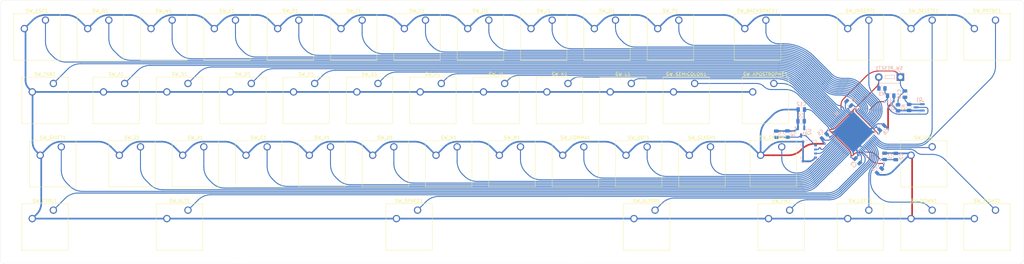
<source format=kicad_pcb>
(kicad_pcb (version 20240108) (generator "pcbnew") (generator_version "8.0")
  (layers (0 "F.Cu" signal) (31 "B.Cu" signal) (34 "B.Paste" user) (35 "F.Paste" user) (36 "B.SilkS" user "B.Silkscreen") (37 "F.SilkS" user "F.Silkscreen") (38 "B.Mask" user) (39 "F.Mask" user) (44 "Edge.Cuts" user))
  (net 0 "")
  (net 1 "GND")
  (net 2 "Net-(U1-VREF+)")
  (net 3 "+3.3V")
  (net 4 "+5V")
  (net 5 "Net-(Q1-G)")
  (net 6 "BOOT")
  (net 7 "RESET")
  (net 8 "D+")
  (net 9 "D-")
  (net 10 "A")
  (net 11 "ALT")
  (net 12 "ALTGR")
  (net 13 "APOSTROPHE")
  (net 14 "B")
  (net 15 "BACKSPACE")
  (net 16 "C")
  (net 17 "COMMA")
  (net 18 "CTRL")
  (net 19 "D")
  (net 20 "DELETE")
  (net 21 "DOT")
  (net 22 "DOWN")
  (net 23 "E")
  (net 24 "ENTER")
  (net 25 "ESC")
  (net 26 "F")
  (net 27 "FN")
  (net 28 "G")
  (net 29 "H")
  (net 30 "I")
  (net 31 "INSERT")
  (net 32 "J")
  (net 33 "K")
  (net 34 "L")
  (net 35 "LEFT")
  (net 36 "M")
  (net 37 "N")
  (net 38 "O")
  (net 39 "P")
  (net 40 "PRTSC")
  (net 41 "Q")
  (net 42 "R")
  (net 43 "RIGHT")
  (net 44 "S")
  (net 45 "SEMICOLON")
  (net 46 "SHIFT")
  (net 47 "SLASH")
  (net 48 "SPACE")
  (net 49 "T")
  (net 50 "TAB")
  (net 51 "U")
  (net 52 "UP")
  (net 53 "V")
  (net 54 "W")
  (net 55 "X")
  (net 56 "Y")
  (net 57 "Z")
  (footprint "Button_Switch_Keyboard:SW_Cherry_MX_1.00u_PCB" (layer "F.Cu") (at 85.09 109.22)
    (property "Reference" "SW_Q1")
    (property "Value" "SW_Push")
  )
  (footprint "Button_Switch_Keyboard:SW_Cherry_MX_1.00u_PCB" (layer "F.Cu") (at 147.0025 128.27)
    (property "Reference" "SW_F1")
    (property "Value" "SW_Push")
  )
  (footprint "Button_Switch_Keyboard:SW_Cherry_MX_1.00u_PCB" (layer "F.Cu") (at 289.8775 166.37)
    (property "Reference" "SW_FN1")
    (property "Value" "SW_Push")
  )
  (footprint "Button_Switch_Keyboard:SW_Cherry_MX_1.50u_PCB" (layer "F.Cu") (at 70.8025 147.32)
    (property "Reference" "SW_SHIFT1")
    (property "Value" "SW_Push")
  )
  (footprint "Button_Switch_Keyboard:SW_Cherry_MX_1.00u_PCB" (layer "F.Cu") (at 227.965 147.32)
    (property "Reference" "SW_COMMA1")
    (property "Value" "SW_Push")
  )
  (footprint "Button_Switch_Keyboard:SW_Cherry_MX_1.00u_PCB" (layer "F.Cu") (at 142.24 109.22)
    (property "Reference" "SW_R1")
    (property "Value" "SW_Push")
  )
  (footprint "Button_Switch_Keyboard:SW_Cherry_MX_1.00u_PCB" (layer "F.Cu") (at 132.715 147.32)
    (property "Reference" "SW_C1")
    (property "Value" "SW_Push")
  )
  (footprint "Button_Switch_Keyboard:SW_Cherry_MX_1.00u_PCB" (layer "F.Cu") (at 332.74 109.22)
    (property "Reference" "SW_DELETE1")
    (property "Value" "SW_Push")
  )
  (footprint "Button_Switch_Keyboard:SW_Cherry_MX_1.00u_PCB" (layer "F.Cu") (at 256.54 109.22)
    (property "Reference" "SW_P1")
    (property "Value" "SW_Push")
  )
  (footprint "Button_Switch_Keyboard:SW_Cherry_MX_1.00u_PCB" (layer "F.Cu") (at 189.865 147.32)
    (property "Reference" "SW_N1")
    (property "Value" "SW_Push")
  )
  (footprint "Button_Switch_Keyboard:SW_Cherry_MX_1.00u_PCB" (layer "F.Cu") (at 170.815 147.32)
    (property "Reference" "SW_B1")
    (property "Value" "SW_Push")
  )
  (footprint "Button_Switch_Keyboard:SW_Cherry_MX_1.00u_PCB" (layer "F.Cu") (at 351.79 109.22)
    (property "Reference" "SW_PRTSC1")
    (property "Value" "SW_Push")
  )
  (footprint "Button_Switch_Keyboard:SW_Cherry_MX_1.00u_PCB" (layer "F.Cu") (at 180.34 109.22)
    (property "Reference" "SW_Y1")
    (property "Value" "SW_Push")
  )
  (footprint "Button_Switch_Keyboard:SW_Cherry_MX_1.00u_PCB" (layer "F.Cu") (at 66.04 109.22)
    (property "Reference" "SW_ESC1")
    (property "Value" "SW_Push")
  )
  (footprint "Button_Switch_Keyboard:SW_Cherry_MX_1.00u_PCB" (layer "F.Cu") (at 351.79 166.37)
    (property "Reference" "SW_RIGHT1")
    (property "Value" "SW_Push")
  )
  (footprint "Button_Switch_Keyboard:SW_Cherry_MX_1.00u_PCB" (layer "F.Cu") (at 261.3025 128.27)
    (property "Reference" "SW_SEMICOLON1")
    (property "Value" "SW_Push")
  )
  (footprint "Button_Switch_Keyboard:SW_Cherry_MX_1.00u_PCB" (layer "F.Cu") (at 161.29 109.22)
    (property "Reference" "SW_T1")
    (property "Value" "SW_Push")
  )
  (footprint "Button_Switch_Keyboard:SW_Cherry_MX_1.00u_PCB" (layer "F.Cu") (at 199.39 109.22)
    (property "Reference" "SW_U1")
    (property "Value" "SW_Push")
  )
  (footprint "Button_Switch_Keyboard:SW_Cherry_MX_1.00u_PCB" (layer "F.Cu") (at 332.74 166.37)
    (property "Reference" "SW_DOWN1")
    (property "Value" "SW_Push")
  )
  (footprint "Button_Switch_Keyboard:SW_Cherry_MX_1.00u_PCB" (layer "F.Cu") (at 89.8525 128.27)
    (property "Reference" "SW_A1")
    (property "Value" "SW_Push")
  )
  (footprint "Button_Switch_Keyboard:SW_Cherry_MX_1.00u_PCB" (layer "F.Cu") (at 185.1025 128.27)
    (property "Reference" "SW_H1")
    (property "Value" "SW_Push")
  )
  (footprint "Button_Switch_Keyboard:SW_Cherry_MX_1.00u_PCB" (layer "F.Cu") (at 313.69 109.22)
    (property "Reference" "SW_INSERT1")
    (property "Value" "SW_Push")
  )
  (footprint "Button_Switch_Keyboard:SW_Cherry_MX_1.75u_PCB" (layer "F.Cu") (at 282.73375 109.22)
    (property "Reference" "SW_BACKSPACE1")
    (property "Value" "SW_Push")
  )
  (footprint "Button_Switch_Keyboard:SW_Cherry_MX_1.00u_PCB" (layer "F.Cu") (at 218.44 109.22)
    (property "Reference" "SW_I1")
    (property "Value" "SW_Push")
  )
  (footprint "Button_Switch_Keyboard:SW_Cherry_MX_1.00u_PCB" (layer "F.Cu") (at 204.1525 128.27)
    (property "Reference" "SW_J1")
    (property "Value" "SW_Push")
  )
  (footprint "Button_Switch_Keyboard:SW_Cherry_MX_1.00u_PCB" (layer "F.Cu") (at 332.74 147.32)
    (property "Reference" "SW_UP1")
    (property "Value" "SW_Push")
  )
  (footprint "Button_Switch_Keyboard:SW_Cherry_MX_1.25u_PCB" (layer "F.Cu") (at 287.49625 147.32)
    (property "Reference" "SW_ENTER1")
    (property "Value" "SW_Push")
  )
  (footprint "Button_Switch_Keyboard:SW_Cherry_MX_6.25u_PCB" (layer "F.Cu") (at 177.95875 166.37)
    (property "Reference" "SW_SPACE1")
    (property "Value" "SW_Push")
  )
  (footprint "Button_Switch_Keyboard:SW_Cherry_MX_1.00u_PCB" (layer "F.Cu") (at 108.9025 166.37)
    (property "Reference" "SW_ALT1")
    (property "Value" "SW_Push")
  )
  (footprint "Button_Switch_Keyboard:SW_Cherry_MX_1.00u_PCB" (layer "F.Cu") (at 151.765 147.32)
    (property "Reference" "SW_V1")
    (property "Value" "SW_Push")
  )
  (footprint "Button_Switch_Keyboard:SW_Cherry_MX_1.00u_PCB" (layer "F.Cu") (at 237.49 109.22)
    (property "Reference" "SW_O1")
    (property "Value" "SW_Push")
  )
  (footprint "Button_Switch_Keyboard:SW_Cherry_MX_1.25u_PCB" (layer "F.Cu") (at 68.42125 128.27)
    (property "Reference" "SW_TAB1")
    (property "Value" "SW_Push")
  )
  (footprint "Button_Switch_Keyboard:SW_Cherry_MX_1.00u_PCB" (layer "F.Cu") (at 223.2025 128.27)
    (property "Reference" "SW_K1")
    (property "Value" "SW_Push")
  )
  (footprint "Button_Switch_Keyboard:SW_Cherry_MX_1.00u_PCB" (layer "F.Cu") (at 94.615 147.32)
    (property "Reference" "SW_Z1")
    (property "Value" "SW_Push")
  )
  (footprint "Button_Switch_Keyboard:SW_Cherry_MX_1.25u_PCB" (layer "F.Cu") (at 249.39625 166.37)
    (property "Reference" "SW_ALTGR1")
    (property "Value" "SW_Push")
  )
  (footprint "Button_Switch_Keyboard:SW_Cherry_MX_1.00u_PCB" (layer "F.Cu") (at 104.14 109.22)
    (property "Reference" "SW_W1")
    (property "Value" "SW_Push")
  )
  (footprint "Button_Switch_Keyboard:SW_Cherry_MX_1.00u_PCB" (layer "F.Cu") (at 313.69 166.37)
    (property "Reference" "SW_LEFT1")
    (property "Value" "SW_Push")
  )
  (footprint "Button_Switch_Keyboard:SW_Cherry_MX_1.00u_PCB" (layer "F.Cu") (at 208.915 147.32)
    (property "Reference" "SW_M1")
    (property "Value" "SW_Push")
  )
  (footprint "Button_Switch_Keyboard:SW_Cherry_MX_1.00u_PCB" (layer "F.Cu") (at 166.0525 128.27)
    (property "Reference" "SW_G1")
    (property "Value" "SW_Push")
  )
  (footprint "Button_Switch_Keyboard:SW_Cherry_MX_1.00u_PCB" (layer "F.Cu") (at 108.9025 128.27)
    (property "Reference" "SW_S1")
    (property "Value" "SW_Push")
  )
  (footprint "Button_Switch_Keyboard:SW_Cherry_MX_1.25u_PCB" (layer "F.Cu") (at 68.42125 166.37)
    (property "Reference" "SW_CTRL1")
    (property "Value" "SW_Push")
  )
  (footprint "Button_Switch_Keyboard:SW_Cherry_MX_1.00u_PCB" (layer "F.Cu") (at 242.2525 128.27)
    (property "Reference" "SW_L1")
    (property "Value" "SW_Push")
  )
  (footprint "Button_Switch_Keyboard:SW_Cherry_MX_1.50u_PCB" (layer "F.Cu") (at 285.115 128.27)
    (property "Reference" "SW_APOSTROPHE1")
    (property "Value" "SW_Push")
  )
  (footprint "Button_Switch_Keyboard:SW_Cherry_MX_1.00u_PCB" (layer "F.Cu") (at 127.9525 128.27)
    (property "Reference" "SW_D1")
    (property "Value" "SW_Push")
  )
  (footprint "Button_Switch_Keyboard:SW_Cherry_MX_1.00u_PCB" (layer "F.Cu") (at 113.665 147.32)
    (property "Reference" "SW_X1")
    (property "Value" "SW_Push")
  )
  (footprint "Button_Switch_Keyboard:SW_Cherry_MX_1.00u_PCB" (layer "F.Cu") (at 123.19 109.22)
    (property "Reference" "SW_E1")
    (property "Value" "SW_Push")
  )
  (footprint "Button_Switch_Keyboard:SW_Cherry_MX_1.00u_PCB" (layer "F.Cu") (at 247.015 147.32)
    (property "Reference" "SW_DOT1")
    (property "Value" "SW_Push")
  )
  (footprint "Button_Switch_Keyboard:SW_Cherry_MX_1.00u_PCB" (layer "F.Cu") (at 266.065 147.32)
    (property "Reference" "SW_SLASH1")
    (property "Value" "SW_Push")
  )
  (footprint "Capacitor_SMD:C_0805_2012Metric" (layer "B.Cu") (at 324.5358 131.4685 -90)
    (property "Reference" "C10")
    (property "Value" "4.7uF")
  )
  (footprint "Capacitor_SMD:C_0805_2012Metric" (layer "B.Cu") (at 285.877 143.5354 90)
    (property "Reference" "C7")
    (property "Value" "4.7uF")
  )
  (footprint "Package_QFP:LQFP-64_10x10mm_P0.5mm" (layer "B.Cu") (at 308.991 142.875 -135)
    (property "Reference" "U1")
    (property "Value" "STM32G431RBTx")
  )
  (footprint "Capacitor_SMD:C_0805_2012Metric" (layer "B.Cu") (at 300.3296 144.1704 -135)
    (property "Reference" "C5")
    (property "Value" "100nF")
  )
  (footprint "Capacitor_SMD:C_0805_2012Metric" (layer "B.Cu") (at 317.6524 141.5796 45)
    (property "Reference" "C6")
    (property "Value" "100nF")
  )
  (footprint "Resistor_SMD:R_0805_2012Metric" (layer "B.Cu") (at 317.627 129.7648)
    (property "Reference" "R3")
    (property "Value" "10k")
  )
  (footprint "Capacitor_SMD:C_0805_2012Metric" (layer "B.Cu") (at 293.3192 139.6238 180)
    (property "Reference" "C9")
    (property "Value" "1uF")
  )
  (footprint "Package_TO_SOT_SMD:SOT-23" (layer "B.Cu") (at 328.8284 135.4544 180)
    (property "Reference" "Q1")
    (property "Value" "AO3400A")
  )
  (footprint "Button_Switch_THT:SW_PUSH_1P1T_6x3.5mm_H4.3_APEM_MJTP1243" (layer "B.Cu") (at 323.1884 126.3612 180)
    (property "Reference" "SW_RESET1")
    (property "Value" "SW_Push")
  )
  (footprint "Capacitor_SMD:C_0805_2012Metric" (layer "B.Cu") (at 293.3954 136.1186 180)
    (property "Reference" "C12")
    (property "Value" "4.7uF")
  )
  (footprint "Capacitor_SMD:C_0805_2012Metric" (layer "B.Cu") (at 289.179 143.4846 90)
    (property "Reference" "C8")
    (property "Value" "1uF")
  )
  (footprint "Capacitor_SMD:C_0805_2012Metric" (layer "B.Cu") (at 310.2864 151.5364 -45)
    (property "Reference" "C3")
    (property "Value" "100nF")
  )
  (footprint "Capacitor_SMD:C_0805_2012Metric" (layer "B.Cu") (at 318.4398 150.1902 90)
    (property "Reference" "C1")
    (property "Value" "1uF")
  )
  (footprint "Resistor_SMD:R_0805_2012Metric" (layer "B.Cu") (at 325.8058 135.4798 -90)
    (property "Reference" "R2")
    (property "Value" "100k")
  )
  (footprint "Package_TO_SOT_SMD:SOT-23-3" (layer "B.Cu") (at 293.3192 142.8043 -90)
    (property "Reference" "U2")
    (property "Value" "XC6206P322MR")
  )
  (footprint "Capacitor_SMD:C_0805_2012Metric" (layer "B.Cu") (at 307.6956 134.239 135)
    (property "Reference" "C4")
    (property "Value" "100nF")
  )
  (footprint "Resistor_SMD:R_0805_2012Metric" (layer "B.Cu") (at 322.4784 135.6087 -90)
    (property "Reference" "R1")
    (property "Value" "10k")
  )
  (footprint "Capacitor_SMD:C_0805_2012Metric" (layer "B.Cu") (at 320.2686 131.9492)
    (property "Reference" "C11")
    (property "Value" "470nF")
  )
  (footprint "Connector_Molex:Molex_Pico-EZmate_78171-0004_1x04-1MP_P1.20mm_Vertical" (layer "B.Cu") (at 295.795724 148.72 90)
    (property "Reference" "J1")
    (property "Value" "Conn_01x04_MountingPin")
  )
  (footprint "Capacitor_SMD:C_0805_2012Metric" (layer "B.Cu") (at 321.7926 150.241 90)
    (property "Reference" "C2")
    (property "Value" "100nF")
  )
  (footprint "Capacitor_SMD:C_0805_2012Metric" (layer "B.Cu") (at 316.865 154.5336 -135)
    (property "Reference" "C13")
    (property "Value" "100nF")
  )
  (gr_line (start 358.775 182.5625) (end 53.975 182.5625) (stroke (width 0.05)) (layer "Edge.Cuts"))
  (gr_arc (start 360.3625 180.975) (mid 359.897532 182.097532) (end 358.775 182.5625) (stroke (width 0.05)) (layer "Edge.Cuts"))
  (gr_arc (start 53.975 182.5625) (mid 52.852468 182.097532) (end 52.3875 180.975) (stroke (width 0.05)) (layer "Edge.Cuts"))
  (gr_line (start 52.3875 180.975) (end 52.3875 104.775) (stroke (width 0.05)) (layer "Edge.Cuts"))
  (gr_line (start 360.3625 104.775) (end 360.3625 180.975) (stroke (width 0.05)) (layer "Edge.Cuts"))
  (gr_arc (start 358.775 103.1875) (mid 359.897532 103.652468) (end 360.3625 104.775) (stroke (width 0.05)) (layer "Edge.Cuts"))
  (gr_line (start 53.975 103.1875) (end 358.775 103.1875) (stroke (width 0.05)) (layer "Edge.Cuts"))
  (gr_arc (start 52.3875 104.775) (mid 52.852468 103.652468) (end 53.975 103.1875) (stroke (width 0.05)) (layer "Edge.Cuts"))
  (segment (start 297.433963 146.41) (end 300.52 146.41) (width 0.5) (layer "F.Cu") (net 1))
  (segment (start 293.323792 148.266206) (end 293.586207 148.003792) (width 0.5) (layer "F.Cu") (net 1))
  (segment (start 326.71 150.18) (end 326.39 149.86) (width 0.5) (layer "F.Cu") (net 1))
  (segment (start 326.71 168.59) (end 326.71 150.18) (width 0.5) (layer "F.Cu") (net 1))
  (segment (start 326.39 168.91) (end 326.71 168.59) (width 0.5) (layer "F.Cu") (net 1))
  (segment (start 289.476036 149.86) (end 281.14625 149.86) (width 0.5) (layer "F.Cu") (net 1))
  (segment (start 319.4812 135.985217) (end 319.4812 141.9606) (width 0.5) (layer "F.Cu") (net 1))
  (segment (start 319.9257 134.9121) (end 320.3702 134.4676) (width 0.5) (layer "F.Cu") (net 1))
  (via (at 319.4812 141.9606) (size 0.6) (drill 0.3) (layers "F.Cu" "B.Cu") (net 1))
  (via (at 300.52 146.41) (size 0.6) (drill 0.3) (layers "F.Cu" "B.Cu") (net 1))
  (via (at 320.3702 134.4676) (size 0.6) (drill 0.3) (layers "F.Cu" "B.Cu") (net 1))
  (arc (start 297.433963 146.41) (mid 295.351572 146.824213) (end 293.586207 148.003792) (width 0.5) (layer "F.Cu") (net 1))
  (arc (start 293.323792 148.266206) (mid 291.558426 149.445786) (end 289.476036 149.86) (width 0.5) (layer "F.Cu") (net 1))
  (arc (start 319.9257 134.9121) (mid 319.596721 135.40445) (end 319.4812 135.985217) (width 0.5) (layer "F.Cu") (net 1))
  (segment (start 325.524824 150.085987) (end 320.947857 154.662954) (width 0.5) (layer "B.Cu") (net 1))
  (segment (start 311.719942 141.007748) (end 307.276266 136.564072) (width 0.3) (layer "B.Cu") (net 1))
  (segment (start 176.486207 109.263792) (end 173.99 111.76) (width 0.5) (layer "B.Cu") (net 1))
  (segment (start 323.893792 109.263792) (end 326.39 111.76) (width 0.5) (layer "B.Cu") (net 1))
  (segment (start 200.068792 147.363792) (end 202.565 149.86) (width 0.5) (layer "B.Cu") (net 1))
  (segment (start 218.433963 107.67) (end 224.796036 107.67) (width 0.5) (layer "B.Cu") (net 1))
  (segment (start 314.991467 141.470728) (end 315.301928 141.160266) (width 0.3) (layer "B.Cu") (net 1))
  (segment (start 322.6073 136.3923) (end 322.4784 136.5212) (width 0.5) (layer "B.Cu") (net 1))
  (segment (start 304.394806 143.96881) (end 303.740055 143.96881) (width 0.3) (layer "B.Cu") (net 1))
  (segment (start 283.642457 147.363792) (end 281.14625 149.86) (width 0.5) (layer "B.Cu") (net 1))
  (segment (start 295.707551 151.67) (end 293.895724 151.67) (width 0.5) (layer "B.Cu") (net 1))
  (segment (start 63.420625 167.560625) (end 62.07125 168.91) (width 0.5) (layer "B.Cu") (net 1))
  (segment (start 302.990534 144.279272) (end 302.680072 144.589734) (width 0.3) (layer "B.Cu") (net 1))
  (segment (start 70.796463 145.77) (end 81.921036 145.77) (width 0.5) (layer "B.Cu") (net 1))
  (segment (start 311.470804 150.491984) (end 311.470804 151.332997) (width 0.3) (layer "B.Cu") (net 1))
  (segment (start 180.333963 107.67) (end 186.696036 107.67) (width 0.5) (layer "B.Cu") (net 1))
  (segment (start 243.161207 147.363792) (end 240.665 149.86) (width 0.5) (layer "B.Cu") (net 1))
  (segment (start 81.236207 109.263792) (end 78.74 111.76) (width 0.5) (layer "B.Cu") (net 1))
  (segment (start 170.808963 145.77) (end 177.171036 145.77) (width 0.5) (layer "B.Cu") (net 1))
  (segment (start 318.4398 149.240201) (end 321.7418 149.240201) (width 0.5) (layer "B.Cu") (net 1))
  (segment (start 280.948292 149.808292) (end 278.503792 147.363792) (width 0.5) (layer "B.Cu") (net 1))
  (segment (start 113.658963 145.77) (end 120.021036 145.77) (width 0.5) (layer "B.Cu") (net 1))
  (segment (start 311.739376 147.391142) (end 312.119948 147.771714) (width 0.3) (layer "B.Cu") (net 1))
  (segment (start 59.865 111.935) (end 59.69 111.76) (width 0.5) (layer "B.Cu") (net 1))
  (segment (start 291.9099 142.1261) (end 292.3692 141.6668) (width 0.5) (layer "B.Cu") (net 1))
  (segment (start 171.493792 109.263792) (end 173.99 111.76) (width 0.5) (layer "B.Cu") (net 1))
  (segment (start 132.708963 145.77) (end 139.071036 145.77) (width 0.5) (layer "B.Cu") (net 1))
  (segment (start 59.69 111.76) (end 59.62 111.83) (width 0.3) (layer "B.Cu") (net 1))
  (segment (start 322.4511 136.5212) (end 322.4784 136.5212) (width 0.5) (layer "B.Cu") (net 1))
  (segment (start 138.386207 109.263792) (end 135.89 111.76) (width 0.5) (layer "B.Cu") (net 1))
  (segment (start 320.7944 134.0434) (end 320.3702 134.4676) (width 0.5) (layer "B.Cu") (net 1))
  (segment (start 292.3692 141.6668) (end 292.3692 136.194801) (width 0.5) (layer "B.Cu") (net 1))
  (segment (start 247.008963 145.77) (end 253.371036 145.77) (width 0.5) (layer "B.Cu") (net 1))
  (segment (start 342.943792 109.263792) (end 345.44 111.76) (width 0.5) (layer "B.Cu") (net 1))
  (segment (start 297.095724 151.095) (end 297.670724 150.52) (width 0.5) (layer "B.Cu") (net 1))
  (segment (start 64.61125 150.01875) (end 64.4525 149.86) (width 0.5) (layer "B.Cu") (net 1))
  (segment (start 325.8179 136.4044) (end 325.8058 136.3923) (width 0.5) (layer "B.Cu") (net 1))
  (segment (start 310.578857 147.391142) (end 310.32516 147.644839) (width 0.3) (layer "B.Cu") (net 1))
  (segment (start 310.08481 148.565004) (end 310.705734 149.185928) (width 0.3) (layer "B.Cu") (net 1))
  (segment (start 221.486412 149.826412) (end 219.023792 147.363792) (width 0.5) (layer "B.Cu") (net 1))
  (segment (start 181.018792 147.363792) (end 183.515 149.86) (width 0.5) (layer "B.Cu") (net 1))
  (segment (start 314.241947 141.78119) (end 313.587195 141.78119) (width 0.3) (layer "B.Cu") (net 1))
  (segment (start 282.727713 107.67) (end 300.996036 107.67) (width 0.5) (layer "B.Cu") (net 1))
  (segment (start 62.11125 130.85) (end 62.07125 130.81) (width 0.5) (layer "B.Cu") (net 1))
  (segment (start 109.811207 147.363792) (end 107.315 149.86) (width 0.5) (layer "B.Cu") (net 1))
  (segment (start 252.686207 109.263792) (end 250.19 111.76) (width 0.5) (layer "B.Cu") (net 1))
  (segment (start 63.301875 148.709375) (end 64.4525 149.86) (width 0.5) (layer "B.Cu") (net 1))
  (segment (start 321.2186 133.01929) (end 321.2186 131.9492) (width 0.5) (layer "B.Cu") (net 1))
  (segment (start 281.14625 143.657713) (end 281.14625 149.86) (width 0.5) (layer "B.Cu") (net 1))
  (segment (start 161.968792 147.363792) (end 164.465 149.86) (width 0.5) (layer "B.Cu") (net 1))
  (segment (start 325.821001 149.291001) (end 326.39 149.86) (width 0.5) (layer "B.Cu") (net 1))
  (segment (start 233.636207 109.263792) (end 231.14 111.76) (width 0.5) (layer "B.Cu") (net 1))
  (segment (start 310.08481 148.467498) (end 310.08481 147.438692) (width 0.3) (layer "B.Cu") (net 1))
  (segment (start 208.908963 145.77) (end 215.176036 145.77) (width 0.5) (layer "B.Cu") (net 1))
  (segment (start 262.211207 147.363792) (end 259.715 149.86) (width 0.5) (layer "B.Cu") (net 1))
  (segment (start 306.826324 133.764773) (end 307.023849 133.567249) (width 0.3) (layer "B.Cu") (net 1))
  (segment (start 316.470573 155.482675) (end 316.193249 155.205351) (width 0.5) (layer "B.Cu") (net 1))
  (segment (start 104.818792 147.363792) (end 107.315 149.86) (width 0.5) (layer "B.Cu") (net 1))
  (segment (start 292.3692 136.194801) (end 292.445401 136.1186) (width 0.5) (layer "B.Cu") (net 1))
  (segment (start 166.961207 147.363792) (end 164.465 149.86) (width 0.5) (layer "B.Cu") (net 1))
  (segment (start 302.297537 144.972269) (end 302.680072 144.589734) (width 0.3) (layer "B.Cu") (net 1))
  (segment (start 306.262056 144.74225) (end 310.705734 149.185928) (width 0.3) (layer "B.Cu") (net 1))
  (segment (start 151.758963 145.77) (end 158.121036 145.77) (width 0.5) (layer "B.Cu") (net 1))
  (segment (start 238.168792 147.363792) (end 240.665 149.86) (width 0.5) (layer "B.Cu") (net 1))
  (segment (start 85.768792 147.363792) (end 88.265 149.86) (width 0.5) (layer "B.Cu") (net 1))
  (segment (start 90.761207 147.363792) (end 88.265 149.86) (width 0.5) (layer "B.Cu") (net 1))
  (segment (start 318.067824 140.651522) (end 318.324151 140.907849) (width 0.3) (layer "B.Cu") (net 1))
  (segment (start 152.443792 109.263792) (end 154.94 111.76) (width 0.5) (layer "B.Cu") (net 1))
  (segment (start 311.214477 151.951824) (end 310.958151 152.208151) (width 0.3) (layer "B.Cu") (net 1))
  (segment (start 76.243792 109.263792) (end 78.74 111.76) (width 0.5) (layer "B.Cu") (net 1))
  (segment (start 104.133963 107.67) (end 110.496036 107.67) (width 0.5) (layer "B.Cu") (net 1))
  (segment (start 317.140094 155.76) (end 318.299355 155.76) (width 0.5) (layer "B.Cu") (net 1))
  (segment (start 278.879957 109.263792) (end 276.38375 111.76) (width 0.5) (layer "B.Cu") (net 1))
  (segment (start 321.7418 149.240201) (end 321.7926 149.291001) (width 0.5) (layer "B.Cu") (net 1))
  (segment (start 94.608963 145.77) (end 100.971036 145.77) (width 0.5) (layer "B.Cu") (net 1))
  (segment (start 311.088269 149.568463) (end 310.705734 149.185928) (width 0.3) (layer "B.Cu") (net 1))
  (segment (start 309.836207 109.263792) (end 307.34 111.76) (width 0.5) (layer "B.Cu") (net 1))
  (segment (start 307.897188 138.278806) (end 307.897188 137.624052) (width 0.3) (layer "B.Cu") (net 1))
  (segment (start 322.404495 136.501895) (end 320.3702 134.4676) (width 0.5) (layer "B.Cu") (net 1))
  (segment (start 142.918792 147.363792) (end 145.415 149.86) (width 0.5) (layer "B.Cu") (net 1))
  (segment (start 62.186207 109.263792) (end 59.69 111.76) (width 0.5) (layer "B.Cu") (net 1))
  (segment (start 129.546036 107.67) (end 123.183963 107.67) (width 0.5) (layer "B.Cu") (net 1))
  (segment (start 66.033963 107.67) (end 72.396036 107.67) (width 0.5) (layer "B.Cu") (net 1))
  (segment (start 195.536207 109.263792) (end 193.04 111.76) (width 0.5) (layer "B.Cu") (net 1))
  (segment (start 60.04 112.357487) (end 60.04 127.342439) (width 0.5) (layer "B.Cu") (net 1))
  (segment (start 196.221036 145.77) (end 189.858963 145.77) (width 0.5) (layer "B.Cu") (net 1))
  (segment (start 310.08481 148.467498) (end 310.08481 148.532502) (width 0.3) (layer "B.Cu") (net 1))
  (segment (start 100.286207 109.263792) (end 97.79 111.76) (width 0.5) (layer "B.Cu") (net 1))
  (segment (start 167.646036 107.67) (end 161.283963 107.67) (width 0.5) (layer "B.Cu") (net 1))
  (segment (start 299.657849 145.195) (end 299.657849 144.842151) (width 0.5) (layer "B.Cu") (net 1))
  (segment (start 321.7926 149.291001) (end 325.821001 149.291001) (width 0.5) (layer "B.Cu") (net 1))
  (segment (start 273.887542 109.263792) (end 276.38375 111.76) (width 0.5) (layer "B.Cu") (net 1))
  (segment (start 278.765 130.81) (end 62.07125 130.81) (width 0.5) (layer "B.Cu") (net 1))
  (segment (start 316.607984 140.395196) (end 317.448997 140.395196) (width 0.3) (layer "B.Cu") (net 1))
  (segment (start 304.843792 109.263792) (end 307.34 111.76) (width 0.5) (layer "B.Cu") (net 1))
  (segment (start 293.895724 151.67) (end 293.895724 145.77) (width 0.5) (layer "B.Cu") (net 1))
  (segment (start 332.733963 107.67) (end 339.096036 107.67) (width 0.5) (layer "B.Cu") (net 1))
  (segment (start 326.070406 149.86) (end 326.39 149.86) (width 0.5) (layer "B.Cu") (net 1))
  (segment (start 190.543792 109.263792) (end 193.04 111.76) (width 0.5) (layer "B.Cu") (net 1))
  (segment (start 315.684463 140.777731) (end 315.301928 141.160266) (width 0.3) (layer "B.Cu") (net 1))
  (segment (start 214.586207 109.263792) (end 212.09 111.76) (width 0.5) (layer "B.Cu") (net 1))
  (segment (start 257.218792 147.363792) (end 259.715 149.86) (width 0.5) (layer "B.Cu") (net 1))
  (segment (start 64.77 150.402006) (end 64.77 164.302945) (width 0.5) (layer "B.Cu") (net 1))
  (segment (start 310.08481 148.532502) (end 310.08481 148.565004) (width 0.3) (layer "B.Cu") (net 1))
  (segment (start 328.886207 109.263792) (end 326.39 111.76) (width 0.5) (layer "B.Cu") (net 1))
  (segment (start 62.07125 168.91) (end 345.44 168.91) (width 0.5) (layer "B.Cu") (net 1))
  (segment (start 157.436207 109.263792) (end 154.94 111.76) (width 0.5) (layer "B.Cu") (net 1))
  (segment (start 142.233963 107.67) (end 148.596036 107.67) (width 0.5) (layer "B.Cu") (net 1))
  (segment (start 234.321036 145.77) (end 227.958963 145.77) (width 0.5) (layer "B.Cu") (net 1))
  (segment (start 313.683963 107.67) (end 320.046036 107.67) (width 0.5) (layer "B.Cu") (net 1))
  (segment (start 95.293792 109.263792) (end 97.79 111.76) (width 0.5) (layer "B.Cu") (net 1))
  (segment (start 205.061207 147.363792) (end 202.565 149.86) (width 0.5) (layer "B.Cu") (net 1))
  (segment (start 310.835268 145.626925) (end 315.301928 141.160266) (width 0.3) (layer "B.Cu") (net 1))
  (segment (start 300.533002 145.354804) (end 301.374015 145.354804) (width 0.3) (layer "B.Cu") (net 1))
  (segment (start 306.6288 134.241639) (end 306.6288 135.458778) (width 0.3) (layer "B.Cu") (net 1))
  (segment (start 325.8058 136.3923) (end 322.6073 136.3923) (width 0.5) (layer "B.Cu") (net 1))
  (segment (start 243.846036 107.67) (end 237.483963 107.67) (width 0.5) (layer "B.Cu") (net 1))
  (segment (start 299.914175 145.098477) (end 299.657849 144.842151) (width 0.3) (layer "B.Cu") (net 1))
  (segment (start 228.643792 109.263792) (end 231.14 111.76) (width 0.5) (layer "B.Cu") (net 1))
  (segment (start 62.15125 130.946568) (end 62.15125 145.93152) (width 0.5) (layer "B.Cu") (net 1))
  (segment (start 209.593792 109.263792) (end 212.09 111.76) (width 0.5) (layer "B.Cu") (net 1))
  (segment (start 221.5675 149.86) (end 221.615 149.86) (width 0.5) (layer "B.Cu") (net 1))
  (segment (start 91.446036 107.67) (end 85.083963 107.67) (width 0.5) (layer "B.Cu") (net 1))
  (segment (start 318.324151 140.907849) (end 318.428449 140.907849) (width 0.5) (layer "B.Cu") (net 1))
  (segment (start 307.586727 136.874533) (end 307.276266 136.564072) (width 0.3) (layer "B.Cu") (net 1))
  (segment (start 61.055625 129.794375) (end 62.07125 130.81) (width 0.5) (layer "B.Cu") (net 1))
  (segment (start 266.058963 145.77) (end 274.656036 145.77) (width 0.5) (layer "B.Cu") (net 1))
  (segment (start 119.336207 109.263792) (end 116.84 111.76) (width 0.5) (layer "B.Cu") (net 1))
  (segment (start 310.08481 148.225097) (end 310.08481 148.565004) (width 0.3) (layer "B.Cu") (net 1))
  (segment (start 307.123746 140.146059) (end 302.680072 144.589734) (width 0.3) (layer "B.Cu") (net 1))
  (segment (start 114.343792 109.263792) (end 116.84 111.76) (width 0.5) (layer "B.Cu") (net 1))
  (segment (start 299.90735 145.79735) (end 300.52 146.41) (width 0.5) (layer "B.Cu") (net 1))
  (segment (start 287.490213 145.77) (end 293.895724 145.77) (width 0.5) (layer "B.Cu") (net 1))
  (segment (start 247.693792 109.263792) (end 250.19 111.76) (width 0.5) (layer "B.Cu") (net 1))
  (segment (start 205.746036 107.67) (end 199.383963 107.67) (width 0.5) (layer "B.Cu") (net 1))
  (segment (start 288.685363 136.1186) (end 292.445401 136.1186) (width 0.5) (layer "B.Cu") (net 1))
  (segment (start 66.948707 147.363792) (end 64.4525 149.86) (width 0.5) (layer "B.Cu") (net 1))
  (segment (start 133.393792 109.263792) (end 135.89 111.76) (width 0.5) (layer "B.Cu") (net 1))
  (segment (start 306.952533 136.240339) (end 307.276266 136.564072) (width 0.3) (layer "B.Cu") (net 1))
  (segment (start 186.011207 147.363792) (end 183.515 149.86) (width 0.5) (layer "B.Cu") (net 1))
  (segment (start 224.111207 147.363792) (end 221.615 149.86) (width 0.5) (layer "B.Cu") (net 1))
  (segment (start 290.801051 142.5854) (end 285.877 142.5854) (width 0.5) (layer "B.Cu") (net 1))
  (segment (start 270.039786 107.67) (end 256.533963 107.67) (width 0.5) (layer "B.Cu") (net 1))
  (segment (start 329.7659 136.4044) (end 325.8179 136.4044) (width 0.5) (layer "B.Cu") (net 1))
  (segment (start 318.428449 140.907849) (end 319.4812 141.9606) (width 0.5) (layer "B.Cu") (net 1))
  (segment (start 147.911207 147.363792) (end 145.415 149.86) (width 0.5) (layer "B.Cu") (net 1))
  (segment (start 123.868792 147.363792) (end 126.365 149.86) (width 0.5) (layer "B.Cu") (net 1))
  (segment (start 128.861207 147.363792) (end 126.365 149.86) (width 0.5) (layer "B.Cu") (net 1))
  (segment (start 281.073125 149.86) (end 281.14625 149.86) (width 0.5) (layer "B.Cu") (net 1))
  (segment (start 282.740042 139.809956) (end 284.837607 137.712392) (width 0.5) (layer "B.Cu") (net 1))
  (arc (start 273.887542 109.263792) (mid 272.122176 108.084213) (end 270.039786 107.67) (width 0.5) (layer "B.Cu") (net 1))
  (arc (start 200.068792 147.363792) (mid 198.303426 146.184213) (end 196.221036 145.77) (width 0.5) (layer "B.Cu") (net 1))
  (arc (start 306.6288 135.458778) (mid 306.712935 135.881755) (end 306.952533 136.240339) (width 0.3) (layer "B.Cu") (net 1))
  (arc (start 316.470573 155.482675) (mid 316.777752 155.687925) (end 317.140094 155.76) (width 0.5) (layer "B.Cu") (net 1))
  (arc (start 311.159117 147.150791) (mid 310.845082 147.213256) (end 310.578857 147.391142) (width 0.3) (layer "B.Cu") (net 1))
  (arc (start 62.15125 145.93152) (mid 62.450287 147.434884) (end 63.301875 148.709375) (width 0.5) (layer "B.Cu") (net 1))
  (arc (start 303.740055 143.96881) (mid 303.334417 144.049496) (end 302.990534 144.279272) (width 0.3) (layer "B.Cu") (net 1))
  (arc (start 228.643792 109.263792) (mid 226.878426 108.084213) (end 224.796036 107.67) (width 0.5) (layer "B.Cu") (net 1))
  (arc (start 288.685363 136.1186) (mid 286.602972 136.532813) (end 284.837607 137.712392) (width 0.5) (layer "B.Cu") (net 1))
  (arc (start 322.404495 136.501895) (mid 322.425877 136.516182) (end 322.4511 136.5212) (width 0.5) (layer "B.Cu") (net 1))
  (arc (start 311.088269 149.568463) (mid 311.371386 149.992178) (end 311.470804 150.491984) (width 0.3) (layer "B.Cu") (net 1))
  (arc (start 133.393792 109.263792) (mid 131.628426 108.084213) (end 129.546036 107.67) (width 0.5) (layer "B.Cu") (net 1))
  (arc (start 307.586727 136.874533) (mid 307.816501 137.218415) (end 307.897188 137.624052) (width 0.3) (layer "B.Cu") (net 1))
  (arc (start 64.61125 150.01875) (mid 64.728742 150.194589) (end 64.77 150.402006) (width 0.5) (layer "B.Cu") (net 1))
  (arc (start 170.808963 145.77) (mid 168.726572 146.184213) (end 166.961207 147.363792) (width 0.5) (layer "B.Cu") (net 1))
  (arc (start 123.868792 147.363792) (mid 122.103426 146.184213) (end 120.021036 145.77) (width 0.5) (layer "B.Cu") (net 1))
  (arc (start 299.914175 145.098477) (mid 300.198095 145.288186) (end 300.533002 145.354804) (width 0.3) (layer "B.Cu") (net 1))
  (arc (start 219.023792 147.363792) (mid 217.258426 146.184213) (end 215.176036 145.77) (width 0.5) (layer "B.Cu") (net 1))
  (arc (start 181.018792 147.363792) (mid 179.253426 146.184213) (end 177.171036 145.77) (width 0.5) (layer "B.Cu") (net 1))
  (arc (start 123.183963 107.67) (mid 121.101572 108.084213) (end 119.336207 109.263792) (width 0.5) (layer "B.Cu") (net 1))
  (arc (start 94.608963 145.77) (mid 92.526572 146.184213) (end 90.761207 147.363792) (width 0.5) (layer "B.Cu") (net 1))
  (arc (start 151.758963 145.77) (mid 149.676572 146.184213) (end 147.911207 147.363792) (width 0.5) (layer "B.Cu") (net 1))
  (arc (start 161.283963 107.67) (mid 159.201572 108.084213) (end 157.436207 109.263792) (width 0.5) (layer "B.Cu") (net 1))
  (arc (start 227.958963 145.77) (mid 225.876572 146.184213) (end 224.111207 147.363792) (width 0.5) (layer "B.Cu") (net 1))
  (arc (start 85.768792 147.363792) (mid 84.003426 146.184213) (end 81.921036 145.77) (width 0.5) (layer "B.Cu") (net 1))
  (arc (start 282.727713 107.67) (mid 280.645322 108.084213) (end 278.879957 109.263792) (width 0.5) (layer "B.Cu") (net 1))
  (arc (start 132.708963 145.77) (mid 130.626572 146.184213) (end 128.861207 147.363792) (width 0.5) (layer "B.Cu") (net 1))
  (arc (start 76.243792 109.263792) (mid 74.478426 108.084213) (end 72.396036 107.67) (width 0.5) (layer "B.Cu") (net 1))
  (arc (start 142.918792 147.363792) (mid 141.153426 146.184213) (end 139.071036 145.77) (width 0.5) (layer "B.Cu") (net 1))
  (arc (start 321.2186 133.01929) (mid 321.108354 133.573534) (end 320.7944 134.0434) (width 0.5) (layer "B.Cu") (net 1))
  (arc (start 307.897188 138.278806) (mid 307.696176 139.289356) (end 307.123746 140.146059) (width 0.3) (layer "B.Cu") (net 1))
  (arc (start 282.740042 139.809956) (mid 281.560463 141.575322) (end 281.14625 143.657713) (width 0.5) (layer "B.Cu") (net 1))
  (arc (start 247.693792 109.263792) (mid 245.928426 108.084213) (end 243.846036 107.67) (width 0.5) (layer "B.Cu") (net 1))
  (arc (start 323.893792 109.263792) (mid 322.128426 108.084213) (end 320.046036 107.67) (width 0.5) (layer "B.Cu") (net 1))
  (arc (start 104.133963 107.67) (mid 102.051572 108.084213) (end 100.286207 109.263792) (width 0.5) (layer "B.Cu") (net 1))
  (arc (start 66.033963 107.67) (mid 63.951572 108.084213) (end 62.186207 109.263792) (width 0.5) (layer "B.Cu") (net 1))
  (arc (start 218.433963 107.67) (mid 216.351572 108.084213) (end 214.586207 109.263792) (width 0.5) (layer "B.Cu") (net 1))
  (arc (start 310.835268 145.626925) (mid 310.279847 146.458171) (end 310.08481 147.438692) (width 0.3) (layer "B.Cu") (net 1))
  (arc (start 238.168792 147.363792) (mid 236.403426 146.184213) (end 234.321036 145.77) (width 0.5) (layer "B.Cu") (net 1))
  (arc (start 142.233963 107.67) (mid 140.151572 108.084213) (end 138.386207 109.263792) (width 0.5) (layer "B.Cu") (net 1))
  (arc (start 316.607984 140.395196) (mid 316.108178 140.494613) (end 315.684463 140.777731) (width 0.3) (layer "B.Cu") (net 1))
  (arc (start 152.443792 109.263792) (mid 150.678426 108.084213) (end 148.596036 107.67) (width 0.5) (layer "B.Cu") (net 1))
  (arc (start 85.083963 107.67) (mid 83.001572 108.084213) (end 81.236207 109.263792) (width 0.5) (layer "B.Cu") (net 1))
  (arc (start 59.865 111.935) (mid 59.994518 112.128838) (end 60.04 112.357487) (width 0.5) (layer "B.Cu") (net 1))
  (arc (start 311.470804 151.332997) (mid 311.404186 151.667904) (end 311.214477 151.951824) (width 0.3) (layer "B.Cu") (net 1))
  (arc (start 310.32516 147.644839) (mid 310.147274 147.911063) (end 310.08481 148.225097) (width 0.3) (layer "B.Cu") (net 1))
  (arc (start 256.533963 107.67) (mid 254.451572 108.084213) (end 252.686207 109.263792) (width 0.5) (layer "B.Cu") (net 1))
  (arc (start 114.343792 109.263792) (mid 112.578426 108.084213) (end 110.496036 107.67) (width 0.5) (layer "B.Cu") (net 1))
  (arc (start 311.719942 141.007748) (mid 312.576645 141.580178) (end 313.587195 141.78119) (width 0.3) (layer "B.Cu") (net 1))
  (arc (start 62.11125 130.85) (mid 62.140854 130.894305) (end 62.15125 130.946568) (width 0.5) (layer "B.Cu") (net 1))
  (arc (start 113.658963 145.77) (mid 111.576572 146.184213) (end 109.811207 147.363792) (width 0.5) (layer "B.Cu") (net 1))
  (arc (start 180.333963 107.67) (mid 178.251572 108.084213) (end 176.486207 109.263792) (width 0.5) (layer "B.Cu") (net 1))
  (arc (start 299.657849 145.195) (mid 299.722692 145.520989) (end 299.90735 145.79735) (width 0.5) (layer "B.Cu") (net 1))
  (arc (start 257.218792 147.363792) (mid 255.453426 146.184213) (end 253.371036 145.77) (width 0.5) (layer "B.Cu") (net 1))
  (arc (start 332.733963 107.67) (mid 330.651572 108.084213) (end 328.886207 109.263792) (width 0.5) (layer "B.Cu") (net 1))
  (arc (start 266.058963 145.77) (mid 263.976572 146.184213) (end 262.211207 147.363792) (width 0.5) (layer "B.Cu") (net 1))
  (arc (start 247.008963 145.77) (mid 244.926572 146.184213) (end 243.161207 147.363792) (width 0.5) (layer "B.Cu") (net 1))
  (arc (start 278.503792 147.363792) (mid 276.738426 146.184213) (end 274.656036 145.77) (width 0.5) (layer "B.Cu") (net 1))
  (arc (start 302.297537 144.972269) (mid 301.873821 145.255386) (end 301.374015 145.354804) (width 0.3) (layer "B.Cu") (net 1))
  (arc (start 320.947857 154.662954) (mid 319.732714 155.474887) (end 318.299355 155.76) (width 0.5) (layer "B.Cu") (net 1))
  (arc (start 190.543792 109.263792) (mid 188.778426 108.084213) (end 186.696036 107.67) (width 0.5) (layer "B.Cu") (net 1))
  (arc (start 313.683963 107.67) (mid 311.601572 108.084213) (end 309.836207 109.263792) (width 0.5) (layer "B.Cu") (net 1))
  (arc (start 171.493792 109.263792) (mid 169.728426 108.084213) (end 167.646036 107.67) (width 0.5) (layer "B.Cu") (net 1))
  (arc (start 189.858963 145.77) (mid 187.776572 146.184213) (end 186.011207 147.363792) (width 0.5) (layer "B.Cu") (net 1))
  (arc (start 95.293792 109.263792) (mid 93.528426 108.084213) (end 91.446036 107.67) (width 0.5) (layer "B.Cu") (net 1))
  (arc (start 161.968792 147.363792) (mid 160.203426 146.184213) (end 158.121036 145.77) (width 0.5) (layer "B.Cu") (net 1))
  (arc (start 304.843792 109.263792) (mid 303.078426 108.084213) (end 300.996036 107.67) (width 0.5) (layer "B.Cu") (net 1))
  (arc (start 221.486412 149.826412) (mid 221.523615 149.85127) (end 221.5675 149.86) (width 0.5) (layer "B.Cu") (net 1))
  (arc (start 64.77 164.302945) (mid 64.419308 166.065988) (end 63.420625 167.560625) (width 0.5) (layer "B.Cu") (net 1))
  (arc (start 311.739376 147.391142) (mid 311.47315 147.213256) (end 311.159117 147.150791) (width 0.3) (layer "B.Cu") (net 1))
  (arc (start 318.067824 140.651522) (mid 317.783904 140.461812) (end 317.448997 140.395196) (width 0.3) (layer "B.Cu") (net 1))
  (arc (start 306.262056 144.74225) (mid 305.405354 144.16982) (end 304.394806 143.96881) (width 0.3) (layer "B.Cu") (net 1))
  (arc (start 306.826324 133.764773) (mid 306.680134 133.983561) (end 306.6288 134.241639) (width 0.3) (layer "B.Cu") (net 1))
  (arc (start 237.483963 107.67) (mid 235.401572 108.084213) (end 233.636207 109.263792) (width 0.5) (layer "B.Cu") (net 1))
  (arc (start 342.943792 109.263792) (mid 341.178426 108.084213) (end 339.096036 107.67) (width 0.5) (layer "B.Cu") (net 1))
  (arc (start 326.070406 149.86) (mid 325.775139 149.918732) (end 325.524824 150.085987) (width 0.5) (layer "B.Cu") (net 1))
  (arc (start 208.908963 145.77) (mid 206.826572 146.184213) (end 205.061207 147.363792) (width 0.5) (layer "B.Cu") (net 1))
  (arc (start 199.383963 107.67) (mid 197.301572 108.084213) (end 195.536207 109.263792) (width 0.5) (layer "B.Cu") (net 1))
  (arc (start 287.490213 145.77) (mid 285.407822 146.184213) (end 283.642457 147.363792) (width 0.5) (layer "B.Cu") (net 1))
  (arc (start 314.991467 141.470728) (mid 314.647584 141.700503) (end 314.241947 141.78119) (width 0.3) (layer "B.Cu") (net 1))
  (arc (start 104.818792 147.363792) (mid 103.053426 146.184213) (end 100.971036 145.77) (width 0.5) (layer "B.Cu") (net 1))
  (arc (start 60.04 127.342439) (mid 60.303952 128.669417) (end 61.055625 129.794375) (width 0.5) (layer "B.Cu") (net 1))
  (arc (start 291.9099 142.1261) (mid 291.401155 142.466031) (end 290.801051 142.5854) (width 0.5) (layer "B.Cu") (net 1))
  (arc (start 297.095724 151.095) (mid 296.458824 151.520562) (end 295.707551 151.67) (width 0.5) (layer "B.Cu") (net 1))
  (arc (start 280.948292 149.808292) (mid 281.005566 149.846561) (end 281.073125 149.86) (width 0.5) (layer "B.Cu") (net 1))
  (arc (start 70.796463 145.77) (mid 68.714072 146.184213) (end 66.948707 147.363792) (width 0.5) (layer "B.Cu") (net 1))
  (arc (start 209.593792 109.263792) (mid 207.828426 108.084213) (end 205.746036 107.67) (width 0.5) (layer "B.Cu") (net 1))
  (segment (start 312.92224 148.94224) (end 314.182144 148.94224) (width 0.3) (layer "F.Cu") (net 2))
  (segment (start 315.696467 149.631267) (end 317.1952 151.13) (width 0.3) (layer "F.Cu") (net 2))
  (segment (start 312.92 148.94) (end 312.92224 148.94224) (width 0.3) (layer "F.Cu") (net 2))
  (via (at 317.1952 151.13) (size 0.6) (drill 0.3) (layers "F.Cu" "B.Cu") (net 2))
  (via (at 312.92 148.94) (size 0.6) (drill 0.3) (layers "F.Cu" "B.Cu") (net 2))
  (arc (start 314.182144 148.94224) (mid 315.001646 149.150366) (end 315.696467 149.631267) (width 0.3) (layer "F.Cu") (net 2))
  (segment (start 317.1952 151.0538) (end 317.246 151.1046) (width 0.3) (layer "B.Cu") (net 2))
  (segment (start 317.2714 151.13) (end 317.1952 151.13) (width 0.3) (layer "B.Cu") (net 2))
  (segment (start 318.4398 151.140199) (end 317.281599 151.140199) (width 0.3) (layer "B.Cu") (net 2))
  (segment (start 312.461315 148.820189) (end 311.766394 148.125268) (width 0.3) (layer "B.Cu") (net 2))
  (segment (start 312.750563 148.94) (end 312.92 148.94) (width 0.3) (layer "B.Cu") (net 2))
  (segment (start 312.92 148.94) (end 312.918237 148.938237) (width 0.3) (layer "B.Cu") (net 2))
  (segment (start 318.4906 151.190999) (end 318.4398 151.140199) (width 0.3) (layer "B.Cu") (net 2))
  (segment (start 321.7926 151.190999) (end 318.4906 151.190999) (width 0.3) (layer "B.Cu") (net 2))
  (segment (start 317.1952 151.13) (end 317.1952 151.0538) (width 0.3) (layer "B.Cu") (net 2))
  (segment (start 317.281599 151.140199) (end 317.2714 151.13) (width 0.3) (layer "B.Cu") (net 2))
  (arc (start 312.461315 148.820189) (mid 312.594023 148.908862) (end 312.750563 148.94) (width 0.3) (layer "B.Cu") (net 2))
  (segment (start 303.731175 141.530824) (end 309.8038 135.4582) (width 0.3) (layer "F.Cu") (net 3))
  (segment (start 302.387 142.0876) (end 301.5996 142.0876) (width 0.3) (layer "F.Cu") (net 3))
  (segment (start 316.6884 127.4674) (end 316.6884 126.3612) (width 0.3) (layer "F.Cu") (net 3))
  (segment (start 316.70911 152.3238) (end 318.1604 152.3238) (width 0.3) (layer "F.Cu") (net 3))
  (segment (start 307.782804 148.270804) (end 301.5996 142.0876) (width 0.3) (layer "F.Cu") (net 3))
  (segment (start 314.231602 151.297582) (end 313.105022 150.171002) (width 0.3) (layer "F.Cu") (net 3))
  (segment (start 312.517721 149.583701) (end 313.105022 150.171002) (width 0.3) (layer "F.Cu") (net 3))
  (segment (start 308.3306 149.5933) (end 308.3306 150.368) (width 0.3) (layer "F.Cu") (net 3))
  (segment (start 309.0164 149.6822) (end 308.3306 150.368) (width 0.3) (layer "F.Cu") (net 3))
  (segment (start 309.8038 136.652) (end 316.611 143.4592) (width 0.3) (layer "F.Cu") (net 3))
  (segment (start 311.09985 148.9964) (end 310.672067 148.9964) (width 0.3) (layer "F.Cu") (net 3))
  (segment (start 318.1604 152.3238) (end 318.135 152.2984) (width 0.3) (layer "F.Cu") (net 3))
  (segment (start 309.8038 135.4582) (end 309.8038 136.652) (width 0.3) (layer "F.Cu") (net 3))
  (segment (start 315.906198 129.355801) (end 309.8038 135.4582) (width 0.3) (layer "F.Cu") (net 3))
  (via (at 313.105022 150.171002) (size 0.6) (drill 0.3) (layers "F.Cu" "B.Cu") (net 3))
  (via (at 316.611 143.4592) (size 0.6) (drill 0.3) (layers "F.Cu" "B.Cu") (net 3))
  (via (at 308.3306 150.368) (size 0.6) (drill 0.3) (layers "F.Cu" "B.Cu") (net 3))
  (via (at 309.8038 135.4582) (size 0.6) (drill 0.3) (layers "F.Cu" "B.Cu") (net 3))
  (via (at 301.5996 142.0876) (size 0.6) (drill 0.3) (layers "F.Cu" "B.Cu") (net 3))
  (via (at 318.1604 152.3238) (size 0.6) (drill 0.3) (layers "F.Cu" "B.Cu") (net 3))
  (arc (start 307.782804 148.270804) (mid 308.188232 148.87757) (end 308.3306 149.5933) (width 0.3) (layer "F.Cu") (net 3))
  (arc (start 314.231602 151.297582) (mid 315.368292 152.057094) (end 316.70911 152.3238) (width 0.3) (layer "F.Cu") (net 3))
  (arc (start 303.731175 141.530824) (mid 303.114462 141.942898) (end 302.387 142.0876) (width 0.3) (layer "F.Cu") (net 3))
  (arc (start 316.6884 127.4674) (mid 316.485112 128.489395) (end 315.906198 129.355801) (width 0.3) (layer "F.Cu") (net 3))
  (arc (start 310.672067 148.9964) (mid 309.776026 149.174633) (end 309.0164 149.6822) (width 0.3) (layer "F.Cu") (net 3))
  (arc (start 312.517721 149.583701) (mid 311.867196 149.149034) (end 311.09985 148.9964) (width 0.3) (layer "F.Cu") (net 3))
  (segment (start 301.5996 142.0876) (end 301.5488 142.113) (width 0.3) (layer "B.Cu") (net 3))
  (segment (start 309.530075 135.184475) (end 309.8038 135.4582) (width 0.3) (layer "B.Cu") (net 3))
  (segment (start 316.611 143.4592) (end 316.6364 143.3576) (width 0.3) (layer "B.Cu") (net 3))
  (segment (start 302.032701 144.236181) (end 302.326519 144.236181) (width 0.3) (layer "B.Cu") (net 3))
  (segment (start 309.614649 150.864649) (end 308.827249 150.864649) (width 0.3) (layer "B.Cu") (net 3))
  (segment (start 316.6884 126.3612) (end 316.6884 129.7387) (width 0.3) (layer "B.Cu") (net 3))
  (segment (start 309.8292 135.4582) (end 309.753 135.382) (width 0.3) (layer "B.Cu") (net 3))
  (segment (start 294.2692 136.194799) (end 294.345399 136.1186) (width 0.3) (layer "B.Cu") (net 3))
  (segment (start 301.5488 142.113) (end 301.5234 142.113) (width 0.3) (layer "B.Cu") (net 3))
  (segment (start 296.888448 136.782854) (end 301.389732 141.284138) (width 0.3) (layer "B.Cu") (net 3))
  (segment (start 316.980649 142.828169) (end 316.980649 142.251351) (width 0.3) (layer "B.Cu") (net 3))
  (segment (start 301.001351 142.685849) (end 301.5996 142.0876) (width 0.3) (layer "B.Cu") (net 3))
  (segment (start 315.949299 141.513819) (end 315.655481 141.513819) (width 0.3) (layer "B.Cu") (net 3))
  (segment (start 308.4068 150.4188) (end 308.4576 150.4696) (width 0.3) (layer "B.Cu") (net 3))
  (segment (start 309.8038 135.4582) (end 309.8292 135.4582) (width 0.3) (layer "B.Cu") (net 3))
  (segment (start 307.629819 135.929401) (end 307.629819 136.210519) (width 0.3) (layer "B.Cu") (net 3))
  (segment (start 310.14442 150.334877) (end 309.614649 150.864649) (width 0.3) (layer "B.Cu") (net 3))
  (segment (start 294.2692 141.6668) (end 294.2692 136.194799) (width 0.3) (layer "B.Cu") (net 3))
  (segment (start 318.1604 152.797213) (end 318.1604 152.3238) (width 0.3) (layer "B.Cu") (net 3))
  (segment (start 308.3306 150.368) (end 308.4068 150.4188) (width 0.3) (layer "B.Cu") (net 3))
  (segment (start 310.352181 149.833299) (end 310.352181 149.539481) (width 0.3) (layer "B.Cu") (net 3))
  (segment (start 316.795824 143.274375) (end 316.611 143.4592) (width 0.3) (layer "B.Cu") (net 3))
  (segment (start 317.848575 153.550024) (end 317.536751 153.861849) (width 0.3) (layer "B.Cu") (net 3))
  (segment (start 295.284796 136.1186) (end 294.345399 136.1186) (width 0.3) (layer "B.Cu") (net 3))
  (segment (start 301.5996 141.790803) (end 301.5996 142.0876) (width 0.3) (layer "B.Cu") (net 3))
  (segment (start 311.412841 148.478821) (end 313.105022 150.171002) (width 0.3) (layer "B.Cu") (net 3))
  (segment (start 307.828599 135.449502) (end 308.367351 134.910751) (width 0.3) (layer "B.Cu") (net 3))
  (segment (start 311.412841 148.478821) (end 311.412841 148.478823) (width 0.3) (layer "B.Cu") (net 3))
  (segment (start 301.531122 144.02842) (end 301.001351 143.498649) (width 0.3) (layer "B.Cu") (net 3))
  (segment (start 316.6884 129.7387) (end 316.7145 129.7648) (width 0.3) (layer "B.Cu") (net 3))
  (segment (start 308.827249 150.864649) (end 308.3306 150.368) (width 0.3) (layer "B.Cu") (net 3))
  (segment (start 316.450877 141.721579) (end 316.980649 142.251351) (width 0.3) (layer "B.Cu") (net 3))
  (segment (start 301.001351 143.498649) (end 301.001351 142.685849) (width 0.3) (layer "B.Cu") (net 3))
  (segment (start 308.869246 134.910751) (end 308.367351 134.910751) (width 0.3) (layer "B.Cu") (net 3))
  (arc (start 301.389732 141.284138) (mid 301.545057 141.516598) (end 301.5996 141.790803) (width 0.3) (layer "B.Cu") (net 3))
  (arc (start 296.888448 136.782854) (mid 296.152686 136.291233) (end 295.284796 136.1186) (width 0.3) (layer "B.Cu") (net 3))
  (arc (start 310.352181 149.833299) (mid 310.298185 150.104751) (end 310.14442 150.334877) (width 0.3) (layer "B.Cu") (net 3))
  (arc (start 301.531122 144.02842) (mid 301.761248 144.182185) (end 302.032701 144.236181) (width 0.3) (layer "B.Cu") (net 3))
  (arc (start 309.530075 135.184475) (mid 309.226884 134.981889) (end 308.869246 134.910751) (width 0.3) (layer "B.Cu") (net 3))
  (arc (start 316.450877 141.721579) (mid 316.220751 141.567814) (end 315.949299 141.513819) (width 0.3) (layer "B.Cu") (net 3))
  (arc (start 307.828599 135.449502) (mid 307.68148 135.669681) (end 307.629819 135.929401) (width 0.3) (layer "B.Cu") (net 3))
  (arc (start 318.1604 152.797213) (mid 318.079359 153.204631) (end 317.848575 153.550024) (width 0.3) (layer "B.Cu") (net 3))
  (arc (start 316.980649 142.828169) (mid 316.932614 143.069654) (end 316.795824 143.274375) (width 0.3) (layer "B.Cu") (net 3))
  (segment (start 294.930297 144.179573) (end 297.670724 146.92) (width 0.3) (layer "B.Cu") (net 4))
  (segment (start 293.683738 143.9418) (end 293.3192 143.9418) (width 0.3) (layer "B.Cu") (net 4))
  (segment (start 285.9278 144.4346) (end 285.877 144.4854) (width 0.3) (layer "B.Cu") (net 4))
  (segment (start 293.2405 143.9418) (end 293.3192 143.9418) (width 0.3) (layer "B.Cu") (net 4))
  (segment (start 292.320537 144.4346) (end 289.179 144.4346) (width 0.3) (layer "B.Cu") (net 4))
  (segment (start 294.356262 143.9418) (end 293.683738 143.9418) (width 0.3) (layer "B.Cu") (net 4))
  (segment (start 292.915399 144.188199) (end 293.10615 143.997449) (width 0.3) (layer "B.Cu") (net 4))
  (segment (start 289.179 144.4346) (end 285.9278 144.4346) (width 0.3) (layer "B.Cu") (net 4))
  (arc (start 292.915399 144.188199) (mid 292.642474 144.370562) (end 292.320537 144.4346) (width 0.3) (layer "B.Cu") (net 4))
  (arc (start 293.2405 143.9418) (mid 293.16779 143.956262) (end 293.10615 143.997449) (width 0.3) (layer "B.Cu") (net 4))
  (arc (start 294.930297 144.179573) (mid 294.666927 144.003595) (end 294.356262 143.9418) (width 0.3) (layer "B.Cu") (net 4))
  (segment (start 324.5358 132.8579) (end 324.5358 132.4185) (width 0.3) (layer "B.Cu") (net 5))
  (segment (start 329.7659 134.5044) (end 325.8687 134.5044) (width 0.3) (layer "B.Cu") (net 5))
  (segment (start 324.846502 133.608002) (end 325.8058 134.5673) (width 0.3) (layer "B.Cu") (net 5))
  (segment (start 325.8687 134.5044) (end 325.8058 134.5673) (width 0.3) (layer "B.Cu") (net 5))
  (arc (start 324.5358 132.8579) (mid 324.616548 133.263852) (end 324.846502 133.608002) (width 0.3) (layer "B.Cu") (net 5))
  (segment (start 323.063666 125.883666) (end 322.4442 125.2642) (width 0.3) (layer "F.Cu") (net 6))
  (segment (start 323.1884 126.1848) (end 323.1884 126.3612) (width 0.3) (layer "F.Cu") (net 6))
  (segment (start 312.866207 126.113792) (end 306.09962 132.880379) (width 0.3) (layer "F.Cu") (net 6))
  (segment (start 305.3334 134.7302) (end 305.3334 135.8138) (width 0.3) (layer "F.Cu") (net 6))
  (segment (start 316.713963 124.52) (end 320.647542 124.52) (width 0.3) (layer "F.Cu") (net 6))
  (via (at 305.3334 135.8138) (size 0.6) (drill 0.3) (layers "F.Cu" "B.Cu") (net 6))
  (arc (start 316.713963 124.52) (mid 314.631572 124.934213) (end 312.866207 126.113792) (width 0.3) (layer "F.Cu") (net 6))
  (arc (start 322.4442 125.2642) (mid 321.619886 124.713411) (end 320.647542 124.52) (width 0.3) (layer "F.Cu") (net 6))
  (arc (start 306.09962 132.880379) (mid 305.532534 133.729084) (end 305.3334 134.7302) (width 0.3) (layer "F.Cu") (net 6))
  (arc (start 323.063666 125.883666) (mid 323.155982 126.021827) (end 323.1884 126.1848) (width 0.3) (layer "F.Cu") (net 6))
  (segment (start 323.1884 128.218344) (end 323.1884 126.3612) (width 0.3) (layer "B.Cu") (net 6))
  (segment (start 305.3334 135.8138) (end 305.2826 135.98462) (width 0.2) (layer "B.Cu") (net 6))
  (segment (start 305.3334 136.03542) (end 305.3334 135.8138) (width 0.3) (layer "B.Cu") (net 6))
  (segment (start 323.8621 129.8448) (end 324.5358 130.5185) (width 0.3) (layer "B.Cu") (net 6))
  (segment (start 323.228039 131.82626) (end 324.5358 130.5185) (width 0.3) (layer "B.Cu") (net 6))
  (segment (start 322.4784 133.63605) (end 322.4784 134.6962) (width 0.3) (layer "B.Cu") (net 6))
  (segment (start 306.569159 137.271179) (end 305.3334 136.03542) (width 0.3) (layer "B.Cu") (net 6))
  (arc (start 323.1884 128.218344) (mid 323.363488 129.098575) (end 323.8621 129.8448) (width 0.3) (layer "B.Cu") (net 6))
  (arc (start 323.228039 131.82626) (mid 322.673224 132.656598) (end 322.4784 133.63605) (width 0.3) (layer "B.Cu") (net 6))
  (segment (start 315.6999 134.413499) (end 314.069919 136.04348) (width 0.3) (layer "F.Cu") (net 7))
  (segment (start 318.4144 133.7564) (end 318.3636 133.731) (width 0.3) (layer "F.Cu") (net 7))
  (segment (start 318.3636 133.7437) (end 318.4144 133.7564) (width 0.3) (layer "F.Cu") (net 7))
  (segment (start 313.98 136.260566) (end 313.98 136.387732) (width 0.3) (layer "F.Cu") (net 7))
  (segment (start 317.3476 133.731) (end 318.260436 133.731) (width 0.3) (layer "F.Cu") (net 7))
  (segment (start 318.3636 133.731) (end 318.3382 133.731) (width 0.3) (layer "F.Cu") (net 7))
  (via (at 318.4144 133.7564) (size 0.6) (drill 0.3) (layers "F.Cu" "B.Cu") (net 7))
  (via (at 313.98 136.387732) (size 0.6) (drill 0.3) (layers "F.Cu" "B.Cu") (net 7))
  (arc (start 318.3636 133.7437) (mid 318.312407 133.734186) (end 318.260436 133.731) (width 0.3) (layer "F.Cu") (net 7))
  (arc (start 317.3476 133.731) (mid 316.455871 133.908375) (end 315.6999 134.413499) (width 0.3) (layer "F.Cu") (net 7))
  (arc (start 314.069919 136.04348) (mid 314.003369 136.143079) (end 313.98 136.260566) (width 0.3) (layer "F.Cu") (net 7))
  (segment (start 330.733455 135.4544) (end 327.8909 135.4544) (width 0.3) (layer "B.Cu") (net 7))
  (segment (start 318.92905 131.55965) (end 319.3186 131.9492) (width 0.3) (layer "B.Cu") (net 7))
  (segment (start 330.7058 137.5118) (end 322.718132 137.5118) (width 0.3) (layer "B.Cu") (net 7))
  (segment (start 313.98 136.606536) (end 313.98 136.387732) (width 0.3) (layer "B.Cu") (net 7))
  (segment (start 331.46 136.180944) (end 331.46 136.7576) (width 0.3) (layer "B.Cu") (net 7))
  (segment (start 313.825282 136.980057) (end 312.473501 138.331839) (width 0.3) (layer "B.Cu") (net 7))
  (segment (start 313.98 136.387732) (end 313.98 136.6756) (width 0.3) (layer "B.Cu") (net 7))
  (segment (start 319.3186 134.112267) (end 319.3186 131.9492) (width 0.3) (layer "B.Cu") (net 7))
  (segment (start 318.5395 130.619193) (end 318.5395 129.7648) (width 0.3) (layer "B.Cu") (net 7))
  (segment (start 319.3186 132.4007) (end 319.3186 131.9492) (width 0.3) (layer "B.Cu") (net 7))
  (segment (start 318.999341 133.171458) (end 318.4144 133.7564) (width 0.3) (layer "B.Cu") (net 7))
  (arc (start 331.2391 137.2909) (mid 330.994419 137.454389) (end 330.7058 137.5118) (width 0.3) (layer "B.Cu") (net 7))
  (arc (start 320.3143 136.5161) (mid 319.577373 135.413212) (end 319.3186 134.112267) (width 0.3) (layer "B.Cu") (net 7))
  (arc (start 331.2472 135.6672) (mid 331.011491 135.509704) (end 330.733455 135.4544) (width 0.3) (layer "B.Cu") (net 7))
  (arc (start 331.2472 135.6672) (mid 331.404695 135.902907) (end 331.46 136.180944) (width 0.3) (layer "B.Cu") (net 7))
  (arc (start 331.46 136.7576) (mid 331.402589 137.046219) (end 331.2391 137.2909) (width 0.3) (layer "B.Cu") (net 7))
  (arc (start 322.718132 137.5118) (mid 321.417187 137.253026) (end 320.3143 136.5161) (width 0.3) (layer "B.Cu") (net 7))
  (arc (start 313.98 136.606536) (mid 313.93979 136.808684) (end 313.825282 136.980057) (width 0.3) (layer "B.Cu") (net 7))
  (arc (start 319.3186 132.4007) (mid 319.235627 132.817831) (end 318.999341 133.171458) (width 0.3) (layer "B.Cu") (net 7))
  (arc (start 318.5395 130.619193) (mid 318.64074 131.128164) (end 318.92905 131.55965) (width 0.3) (layer "B.Cu") (net 7))
  (segment (start 299.73 148.12) (end 299.793456 148.12) (width 0.3) (layer "B.Cu") (net 8))
  (segment (start 299.901782 148.075129) (end 303.033625 144.943287) (width 0.3) (layer "B.Cu") (net 8))
  (segment (start 299.454 148.12) (end 299.57 148.12) (width 0.3) (layer "B.Cu") (net 8))
  (segment (start 298.874 147.61) (end 298.99 147.61) (width 0.3) (layer "B.Cu") (net 8))
  (segment (start 303.033625 144.971575) (end 303.033625 144.943287) (width 0.2) (layer "B.Cu") (net 8))
  (segment (start 297.670724 148.12) (end 298.41 148.12) (width 0.3) (layer "B.Cu") (net 8))
  (segment (start 299.57 148.12) (end 299.73 148.12) (width 0.3) (layer "B.Cu") (net 8))
  (segment (start 298.642 147.888) (end 298.642 147.842) (width 0.3) (layer "B.Cu") (net 8))
  (segment (start 299.222 147.842) (end 299.222 147.888) (width 0.3) (layer "B.Cu") (net 8))
  (arc (start 298.99 147.61) (mid 299.154049 147.677951) (end 299.222 147.842) (width 0.3) (layer "B.Cu") (net 8))
  (arc (start 298.41 148.12) (mid 298.574049 148.052049) (end 298.642 147.888) (width 0.3) (layer "B.Cu") (net 8))
  (arc (start 299.222 147.888) (mid 299.289951 148.052049) (end 299.454 148.12) (width 0.3) (layer "B.Cu") (net 8))
  (arc (start 299.793456 148.12) (mid 299.852081 148.108338) (end 299.901782 148.075129) (width 0.3) (layer "B.Cu") (net 8))
  (arc (start 298.642 147.842) (mid 298.709951 147.677951) (end 298.874 147.61) (width 0.3) (layer "B.Cu") (net 8))
  (segment (start 299.96269 148.721329) (end 303.387179 145.296841) (width 0.3) (layer "B.Cu") (net 9))
  (segment (start 298.517372 149.32) (end 297.670724 149.32) (width 0.3) (layer "B.Cu") (net 9))
  (arc (start 299.96269 148.721329) (mid 299.299572 149.16441) (end 298.517372 149.32) (width 0.3) (layer "B.Cu") (net 9))
  (segment (start 286.72287 122.82) (end 97.556463 122.82) (width 0.3) (layer "B.Cu") (net 10))
  (segment (start 300.296885 132.413123) (end 300.296875 132.413106) (width 0.3) (layer "B.Cu") (net 10))
  (segment (start 93.708707 124.413792) (end 89.8525 128.27) (width 0.3) (layer "B.Cu") (net 10))
  (segment (start 293.51869 125.634921) (end 300.296875 132.413106) (width 0.3) (layer "B.Cu") (net 10))
  (segment (start 300.296885 132.413123) (end 305.862046 137.978284) (width 0.3) (layer "B.Cu") (net 10))
  (segment (start 300.296883 132.413121) (end 300.296878 132.413109) (width 0.3) (layer "B.Cu") (net 10))
  (arc (start 293.51869 125.634921) (mid 290.400741 123.551574) (end 286.72287 122.82) (width 0.3) (layer "B.Cu") (net 10))
  (arc (start 97.556463 122.82) (mid 95.474072 123.234213) (end 93.708707 124.413792) (width 0.3) (layer "B.Cu") (net 10))
  (arc (start 300.296881 132.413112) (mid 300.296881 132.413117) (end 300.296883 132.413121) (width 0.3) (layer "B.Cu") (net 10))
  (arc (start 300.296881 132.413112) (mid 300.296882 132.413115) (end 300.296885 132.413123) (width 0.3) (layer "B.Cu") (net 10))
  (arc (start 300.296875 132.413106) (mid 300.296879 132.41311) (end 300.296881 132.413112) (width 0.3) (layer "B.Cu") (net 10))
  (arc (start 305.862046 137.978284) (mid 305.862047 137.978285) (end 305.862048 137.978286) (width 0.3) (layer "B.Cu") (net 10))
  (arc (start 300.296878 132.413109) (mid 300.296879 132.413112) (end 300.296881 132.413112) (width 0.3) (layer "B.Cu") (net 10))
  (segment (start 314.007705 150.037211) (end 314.007705 150.070883) (width 0.3) (layer "B.Cu") (net 11))
  (segment (start 305.060899 160.136207) (end 313.216792 151.980314) (width 0.3) (layer "B.Cu") (net 11))
  (segment (start 111.948707 163.323792) (end 108.9025 166.37) (width 0.3) (layer "B.Cu") (net 11))
  (segment (start 301.213143 161.73) (end 115.796463 161.73) (width 0.3) (layer "B.Cu") (net 11))
  (segment (start 313.240603 148.185263) (end 312.473501 147.418161) (width 0.3) (layer "B.Cu") (net 11))
  (arc (start 313.240603 148.185263) (mid 313.808341 149.034943) (end 314.007705 150.037211) (width 0.3) (layer "B.Cu") (net 11))
  (arc (start 305.060899 160.136207) (mid 303.295533 161.315786) (end 301.213143 161.73) (width 0.3) (layer "B.Cu") (net 11))
  (arc (start 115.796463 161.73) (mid 113.714072 162.144213) (end 111.948707 163.323792) (width 0.3) (layer "B.Cu") (net 11))
  (arc (start 314.007705 150.070883) (mid 313.802153 151.104259) (end 313.216792 151.980314) (width 0.3) (layer "B.Cu") (net 11))
  (segment (start 305.475112 161.136207) (end 313.923899 152.68742) (width 0.3) (layer "B.Cu") (net 12))
  (segment (start 301.627356 162.73) (end 255.290213 162.73) (width 0.3) (layer "B.Cu") (net 12))
  (segment (start 315.007705 150.070883) (end 315.007705 149.830103) (width 0.3) (layer "B.Cu") (net 12))
  (segment (start 251.442457 164.323792) (end 249.39625 166.37) (width 0.3) (layer "B.Cu") (net 12))
  (segment (start 314.094156 147.624602) (end 313.180608 146.711054) (width 0.3) (layer "B.Cu") (net 12))
  (arc (start 314.094156 147.624602) (mid 314.770281 148.636494) (end 315.007705 149.830103) (width 0.3) (layer "B.Cu") (net 12))
  (arc (start 315.007705 150.070883) (mid 314.726032 151.486942) (end 313.923899 152.68742) (width 0.3) (layer "B.Cu") (net 12))
  (arc (start 255.290213 162.73) (mid 253.207822 163.144213) (end 251.442457 164.323792) (width 0.3) (layer "B.Cu") (net 12))
  (arc (start 305.475112 161.136207) (mid 303.709746 162.315786) (end 301.627356 162.73) (width 0.3) (layer "B.Cu") (net 12))
  (segment (start 287.535842 128.27) (end 285.115 128.27) (width 0.3) (layer "B.Cu") (net 13))
  (segment (start 291.383598 129.863792) (end 302.680072 141.160266) (width 0.3) (layer "B.Cu") (net 13))
  (arc (start 291.383598 129.863792) (mid 289.618232 128.684213) (end 287.535842 128.27) (width 0.3) (layer "B.Cu") (net 13))
  (segment (start 170.815 152.271036) (end 170.815 147.32) (width 0.3) (layer "B.Cu") (net 14))
  (segment (start 172.408792 156.118792) (end 172.926207 156.636207) (width 0.3) (layer "B.Cu") (net 14))
  (segment (start 296.997559 156.636207) (end 305.862051 147.771715) (width 0.3) (layer "B.Cu") (net 14))
  (segment (start 176.773963 158.23) (end 293.149803 158.23) (width 0.3) (layer "B.Cu") (net 14))
  (arc (start 172.926207 156.636207) (mid 174.691572 157.815786) (end 176.773963 158.23) (width 0.3) (layer "B.Cu") (net 14))
  (arc (start 296.997559 156.636207) (mid 295.232193 157.815786) (end 293.149803 158.23) (width 0.3) (layer "B.Cu") (net 14))
  (arc (start 170.815 152.271036) (mid 171.229213 154.353426) (end 172.408792 156.118792) (width 0.3) (layer "B.Cu") (net 14))
  (arc (start 305.862052 147.771715) (mid 305.862051 147.771715) (end 305.862051 147.771715) (width 0.3) (layer "B.Cu") (net 14))
  (segment (start 314.626859 131.82314) (end 314.626857 131.823137) (width 0.3) (layer "B.Cu") (net 15))
  (segment (start 298.438076 121.361923) (end 302.46598 125.389827) (width 0.3) (layer "B.Cu") (net 15))
  (segment (start 298.438076 121.361923) (end 298.438074 121.36192) (width 0.3) (layer "B.Cu") (net 15))
  (segment (start 307.457328 126.737456) (end 305.719443 126.737456) (width 0.3) (layer "B.Cu") (net 15))
  (segment (start 317.13 136.096268) (end 317.129999 135.915099) (width 0.3) (layer "B.Cu") (net 15))
  (segment (start 288.036572 116.32) (end 286.465912 116.32) (width 0.3) (layer "B.Cu") (net 15))
  (segment (start 314.626859 131.82314) (end 314.626858 131.823138) (width 0.3) (layer "B.Cu") (net 15))
  (segment (start 317.13 136.096268) (end 317.13 136.125339) (width 0.3) (layer "B.Cu") (net 15))
  (segment (start 314.626859 131.82314) (end 316.006514 133.202795) (width 0.3) (layer "B.Cu") (net 15))
  (segment (start 314.626857 131.823137) (end 311.014679 128.210959) (width 0.3) (layer "B.Cu") (net 15))
  (segment (start 297.18595 120.109796) (end 298.438074 121.36192) (width 0.3) (layer "B.Cu") (net 15))
  (segment (start 317.13 136.125339) (end 317.129995 136.560016) (width 0.3) (layer "B.Cu") (net 15))
  (segment (start 282.73375 112.587837) (end 282.73375 109.22) (width 0.3) (layer "B.Cu") (net 15))
  (segment (start 314.594822 140.453158) (end 316.169738 138.878244) (width 0.3) (layer "B.Cu") (net 15))
  (segment (start 298.438076 121.361923) (end 298.438075 121.361921) (width 0.3) (layer "B.Cu") (net 15))
  (arc (start 314.626859 131.823139) (mid 314.626859 131.823139) (end 314.626859 131.82314) (width 0.3) (layer "B.Cu") (net 15))
  (arc (start 314.594822 140.453158) (mid 314.594822 140.453158) (end 314.594822 140.453159) (width 0.3) (layer "B.Cu") (net 15))
  (arc (start 302.46598 125.389827) (mid 303.958682 126.387218) (end 305.719443 126.737456) (width 0.3) (layer "B.Cu") (net 15))
  (arc (start 311.014679 128.210959) (mid 309.382552 127.120407) (end 307.457328 126.737456) (width 0.3) (layer "B.Cu") (net 15))
  (arc (start 314.626858 131.823138) (mid 314.626858 131.823138) (end 314.626859 131.823139) (width 0.3) (layer "B.Cu") (net 15))
  (arc (start 282.73375 112.587837) (mid 283.017843 114.016074) (end 283.826875 115.226875) (width 0.3) (layer "B.Cu") (net 15))
  (arc (start 298.438074 121.36192) (mid 298.438075 121.361921) (end 298.438076 121.361922) (width 0.3) (layer "B.Cu") (net 15))
  (arc (start 298.438076 121.361922) (mid 298.438076 121.361922) (end 298.438076 121.361923) (width 0.3) (layer "B.Cu") (net 15))
  (arc (start 297.18595 120.109796) (mid 292.98818 117.304936) (end 288.036572 116.32) (width 0.3) (layer "B.Cu") (net 15))
  (arc (start 298.438076 121.361922) (mid 298.438076 121.361922) (end 298.438076 121.361923) (width 0.3) (layer "B.Cu") (net 15))
  (arc (start 283.826875 115.226875) (mid 285.037675 116.035906) (end 286.465912 116.32) (width 0.3) (layer "B.Cu") (net 15))
  (arc (start 317.129995 136.560016) (mid 316.880426 137.814632) (end 316.169738 138.878244) (width 0.3) (layer "B.Cu") (net 15))
  (arc (start 316.006514 133.202795) (mid 316.838009 134.447211) (end 317.129999 135.915099) (width 0.3) (layer "B.Cu") (net 15))
  (arc (start 314.626859 131.823139) (mid 314.626859 131.823139) (end 314.626859 131.82314) (width 0.3) (layer "B.Cu") (net 15))
  (arc (start 298.438075 121.361921) (mid 298.438075 121.361921) (end 298.438076 121.361922) (width 0.3) (layer "B.Cu") (net 15))
  (arc (start 314.626857 131.823137) (mid 314.626858 131.823138) (end 314.626859 131.823139) (width 0.3) (layer "B.Cu") (net 15))
  (segment (start 134.936207 157.636207) (end 134.308792 157.008792) (width 0.3) (layer "B.Cu") (net 16))
  (segment (start 305.948234 149.099746) (end 305.948236 149.099742) (width 0.3) (layer "B.Cu") (net 16))
  (segment (start 306.569159 148.478821) (end 306.569158 148.478821) (width 0.3) (layer "B.Cu") (net 16))
  (segment (start 132.715 153.161036) (end 132.715 147.32) (width 0.3) (layer "B.Cu") (net 16))
  (segment (start 305.948234 149.099746) (end 297.411774 157.636207) (width 0.3) (layer "B.Cu") (net 16))
  (segment (start 305.948236 149.099742) (end 306.569159 148.478821) (width 0.3) (layer "B.Cu") (net 16))
  (segment (start 305.948235 149.099746) (end 305.948236 149.099743) (width 0.3) (layer "B.Cu") (net 16))
  (segment (start 138.783963 159.23) (end 293.564018 159.23) (width 0.3) (layer "B.Cu") (net 16))
  (arc (start 305.948236 149.099742) (mid 305.948236 149.099744) (end 305.948236 149.099746) (width 0.3) (layer "B.Cu") (net 16))
  (arc (start 132.715 153.161036) (mid 133.129213 155.243426) (end 134.308792 157.008792) (width 0.3) (layer "B.Cu") (net 16))
  (arc (start 305.948236 149.099746) (mid 305.948235 149.099745) (end 305.948235 149.099746) (width 0.3) (layer "B.Cu") (net 16))
  (arc (start 305.948236 149.099743) (mid 305.948236 149.099744) (end 305.948236 149.099746) (width 0.3) (layer "B.Cu") (net 16))
  (arc (start 305.948236 149.099746) (mid 305.948235 149.099746) (end 305.948234 149.099746) (width 0.3) (layer "B.Cu") (net 16))
  (arc (start 134.936207 157.636207) (mid 136.701572 158.815786) (end 138.783963 159.23) (width 0.3) (layer "B.Cu") (net 16))
  (arc (start 297.411774 157.636207) (mid 295.646408 158.815786) (end 293.564018 159.23) (width 0.3) (layer "B.Cu") (net 16))
  (segment (start 233.883963 156.73) (end 292.528484 156.73) (width 0.3) (layer "B.Cu") (net 17))
  (segment (start 304.801391 146.711056) (end 296.37624 155.136207) (width 0.3) (layer "B.Cu") (net 17))
  (segment (start 227.965 150.811036) (end 227.965 147.32) (width 0.3) (layer "B.Cu") (net 17))
  (segment (start 229.558792 154.658792) (end 230.036207 155.136207) (width 0.3) (layer "B.Cu") (net 17))
  (arc (start 304.801392 146.711056) (mid 304.801391 146.711056) (end 304.801391 146.711056) (width 0.3) (layer "B.Cu") (net 17))
  (arc (start 230.036207 155.136207) (mid 231.801572 156.315786) (end 233.883963 156.73) (width 0.3) (layer "B.Cu") (net 17))
  (arc (start 227.965 150.811036) (mid 228.379213 152.893426) (end 229.558792 154.658792) (width 0.3) (layer "B.Cu") (net 17))
  (arc (start 296.37624 155.136207) (mid 294.610874 156.315786) (end 292.528484 156.73) (width 0.3) (layer "B.Cu") (net 17))
  (segment (start 75.815213 161.23) (end 301.006036 161.23) (width 0.3) (layer "B.Cu") (net 18))
  (segment (start 71.967457 162.823792) (end 68.42125 166.37) (width 0.3) (layer "B.Cu") (net 18))
  (segment (start 312.077688 149.850776) (end 311.059287 148.832375) (width 0.3) (layer "B.Cu") (net 18))
  (segment (start 304.853792 159.636207) (end 312.077688 152.412311) (width 0.3) (layer "B.Cu") (net 18))
  (arc (start 75.815213 161.23) (mid 73.732822 161.644213) (end 71.967457 162.823792) (width 0.3) (layer "B.Cu") (net 18))
  (arc (start 312.6082 151.131544) (mid 312.470324 151.82469) (end 312.077688 152.412311) (width 0.3) (layer "B.Cu") (net 18))
  (arc (start 304.853792 159.636207) (mid 303.088426 160.815786) (end 301.006036 161.23) (width 0.3) (layer "B.Cu") (net 18))
  (arc (start 312.077688 149.850776) (mid 312.470324 150.438397) (end 312.6082 151.131544) (width 0.3) (layer "B.Cu") (net 18))
  (segment (start 304.534023 138.064469) (end 304.534019 138.064467) (width 0.3) (layer "B.Cu") (net 19))
  (segment (start 296.309776 129.84022) (end 292.933894 126.464338) (width 0.3) (layer "B.Cu") (net 19))
  (segment (start 304.534023 138.064469) (end 305.154946 138.685392) (width 0.3) (layer "B.Cu") (net 19))
  (segment (start 305.154946 138.685392) (end 305.154942 138.685392) (width 0.3) (layer "B.Cu") (net 19))
  (segment (start 296.309778 129.840226) (end 296.309776 129.84022) (width 0.3) (layer "B.Cu") (net 19))
  (segment (start 296.309777 129.840225) (end 296.309777 129.840221) (width 0.3) (layer "B.Cu") (net 19))
  (segment (start 130.808707 125.413792) (end 127.9525 128.27) (width 0.3) (layer "B.Cu") (net 19))
  (segment (start 304.53402 138.064468) (end 304.534023 138.064469) (width 0.3) (layer "B.Cu") (net 19))
  (segment (start 134.656463 123.82) (end 286.549898 123.82) (width 0.3) (layer "B.Cu") (net 19))
  (segment (start 296.309778 129.840226) (end 304.534019 138.064467) (width 0.3) (layer "B.Cu") (net 19))
  (arc (start 304.534021 138.064469) (mid 304.534021 138.064469) (end 304.534023 138.064469) (width 0.3) (layer "B.Cu") (net 19))
  (arc (start 296.309776 129.84022) (mid 296.309777 129.840221) (end 296.309778 129.840222) (width 0.3) (layer "B.Cu") (net 19))
  (arc (start 304.534021 138.064469) (mid 304.534021 138.064468) (end 304.53402 138.064468) (width 0.3) (layer "B.Cu") (net 19))
  (arc (start 292.933894 126.464338) (mid 290.004892 124.507241) (end 286.549898 123.82) (width 0.3) (layer "B.Cu") (net 19))
  (arc (start 296.309778 129.840222) (mid 296.309778 129.840223) (end 296.309778 129.840226) (width 0.3) (layer "B.Cu") (net 19))
  (arc (start 296.309777 129.840221) (mid 296.309776 129.840222) (end 296.309778 129.840222) (width 0.3) (layer "B.Cu") (net 19))
  (arc (start 304.534023 138.064469) (mid 304.534022 138.064469) (end 304.534021 138.064469) (width 0.3) (layer "B.Cu") (net 19))
  (arc (start 134.656463 123.82) (mid 132.574072 124.234213) (end 130.808707 125.413792) (width 0.3) (layer "B.Cu") (net 19))
  (arc (start 304.534019 138.064467) (mid 304.53402 138.064468) (end 304.534021 138.064469) (width 0.3) (layer "B.Cu") (net 19))
  (arc (start 296.309778 129.840222) (mid 296.309776 129.840223) (end 296.309777 129.840225) (width 0.3) (layer "B.Cu") (net 19))
  (segment (start 315.655481 144.236183) (end 316.812389 145.393091) (width 0.3) (layer "B.Cu") (net 20))
  (segment (start 331.341447 145.151447) (end 331.116771 145.37613) (width 0.3) (layer "B.Cu") (net 20))
  (segment (start 319.605413 146.55) (end 328.282857 146.55) (width 0.3) (layer "B.Cu") (net 20))
  (segment (start 332.74 141.775041) (end 332.74 109.22) (width 0.3) (layer "B.Cu") (net 20))
  (arc (start 315.655481 144.236183) (mid 315.655481 144.236183) (end 315.655481 144.236183) (width 0.3) (layer "B.Cu") (net 20))
  (arc (start 331.116771 145.37613) (mid 329.816565 146.244921) (end 328.282857 146.55) (width 0.3) (layer "B.Cu") (net 20))
  (arc (start 316.812389 145.393091) (mid 318.093839 146.249329) (end 319.605413 146.55) (width 0.3) (layer "B.Cu") (net 20))
  (arc (start 332.74 141.775041) (mid 332.376527 143.602338) (end 331.341447 145.151447) (width 0.3) (layer "B.Cu") (net 20))
  (segment (start 304.447838 146.357503) (end 296.169134 154.636207) (width 0.3) (layer "B.Cu") (net 21))
  (segment (start 304.447839 146.357501) (end 304.447839 146.357502) (width 0.3) (layer "B.Cu") (net 21))
  (segment (start 247.015 150.401036) (end 247.015 147.32) (width 0.3) (layer "B.Cu") (net 21))
  (segment (start 252.843963 156.23) (end 292.321378 156.23) (width 0.3) (layer "B.Cu") (net 21))
  (segment (start 304.447839 146.357501) (end 304.594286 146.211054) (width 0.3) (layer "B.Cu") (net 21))
  (segment (start 248.996207 154.636207) (end 248.608792 154.248792) (width 0.3) (layer "B.Cu") (net 21))
  (arc (start 248.608792 154.248792) (mid 247.429213 152.483426) (end 247.015 150.401036) (width 0.3) (layer "B.Cu") (net 21))
  (arc (start 304.447839 146.357503) (mid 304.447838 146.357503) (end 304.447838 146.357503) (width 0.3) (layer "B.Cu") (net 21))
  (arc (start 252.843963 156.23) (mid 250.761572 155.815786) (end 248.996207 154.636207) (width 0.3) (layer "B.Cu") (net 21))
  (arc (start 296.169134 154.636207) (mid 294.403768 155.815786) (end 292.321378 156.23) (width 0.3) (layer "B.Cu") (net 21))
  (segment (start 315.374487 146.783612) (end 314.241269 145.650394) (width 0.3) (layer "B.Cu") (net 22))
  (segment (start 316.666207 162.376207) (end 315.783792 161.493792) (width 0.3) (layer "B.Cu") (net 22))
  (segment (start 328.642943 163.97) (end 320.513963 163.97) (width 0.3) (layer "B.Cu") (net 22))
  (segment (start 314.19 157.646036) (end 314.19 156.181503) (width 0.3) (layer "B.Cu") (net 22))
  (segment (start 316.507705 149.519442) (end 316.507705 150.586069) (width 0.3) (layer "B.Cu") (net 22))
  (segment (start 331.54 165.17) (end 332.74 166.37) (width 0.3) (layer "B.Cu") (net 22))
  (arc (start 331.54 165.17) (mid 330.210819 164.281869) (end 328.642943 163.97) (width 0.3) (layer "B.Cu") (net 22))
  (arc (start 316.507705 150.586069) (mid 316.206528 152.100182) (end 315.348852 153.383786) (width 0.3) (layer "B.Cu") (net 22))
  (arc (start 314.19 157.646036) (mid 314.604213 159.728426) (end 315.783792 161.493792) (width 0.3) (layer "B.Cu") (net 22))
  (arc (start 315.348852 153.383786) (mid 314.491175 154.667389) (end 314.19 156.181503) (width 0.3) (layer "B.Cu") (net 22))
  (arc (start 315.374487 146.783612) (mid 316.213191 148.038821) (end 316.507705 149.519442) (width 0.3) (layer "B.Cu") (net 22))
  (arc (start 314.241269 145.650394) (mid 314.241268 145.650394) (end 314.241268 145.650394) (width 0.3) (layer "B.Cu") (net 22))
  (arc (start 316.666207 162.376207) (mid 318.431572 163.555786) (end 320.513963 163.97) (width 0.3) (layer "B.Cu") (net 22))
  (segment (start 299.804648 128.385347) (end 295.087956 123.668655) (width 0.3) (layer "B.Cu") (net 23))
  (segment (start 311.910323 134.763455) (end 309.328434 132.181566) (width 0.3) (layer "B.Cu") (net 23))
  (segment (start 311.910323 136.773696) (end 311.412841 137.271179) (width 0.3) (layer "B.Cu") (net 23))
  (segment (start 299.80465 128.38535) (end 299.804649 128.385348) (width 0.3) (layer "B.Cu") (net 23))
  (segment (start 287.003587 120.32) (end 129.443963 120.32) (width 0.3) (layer "B.Cu") (net 23))
  (segment (start 299.80465 128.38535) (end 300.783262 129.363962) (width 0.3) (layer "B.Cu") (net 23))
  (segment (start 305.63036 130.737456) (end 304.099171 130.737456) (width 0.3) (layer "B.Cu") (net 23))
  (segment (start 299.80465 128.38535) (end 299.804648 128.385347) (width 0.3) (layer "B.Cu") (net 23))
  (segment (start 123.19 114.066036) (end 123.19 109.22) (width 0.3) (layer "B.Cu") (net 23))
  (segment (start 125.596207 118.726207) (end 124.783792 117.913792) (width 0.3) (layer "B.Cu") (net 23))
  (segment (start 311.910456 136.773563) (end 311.412841 137.271179) (width 0.3) (layer "B.Cu") (net 23))
  (arc (start 299.80465 128.385349) (mid 299.80465 128.385349) (end 299.80465 128.38535) (width 0.3) (layer "B.Cu") (net 23))
  (arc (start 123.19 114.066036) (mid 123.604213 116.148426) (end 124.783792 117.913792) (width 0.3) (layer "B.Cu") (net 23))
  (arc (start 309.478116 132.331248) (mid 307.71275 131.151669) (end 305.63036 130.737456) (width 0.3) (layer "B.Cu") (net 23))
  (arc (start 299.80465 128.385349) (mid 299.80465 128.385349) (end 299.80465 128.38535) (width 0.3) (layer "B.Cu") (net 23))
  (arc (start 125.596207 118.726207) (mid 127.361572 119.905786) (end 129.443963 120.32) (width 0.3) (layer "B.Cu") (net 23))
  (arc (start 299.804649 128.385348) (mid 299.804649 128.385348) (end 299.80465 128.385349) (width 0.3) (layer "B.Cu") (net 23))
  (arc (start 295.087956 123.668655) (mid 291.378816 121.190287) (end 287.003587 120.32) (width 0.3) (layer "B.Cu") (net 23))
  (arc (start 311.910323 134.763455) (mid 312.218456 135.224608) (end 312.326658 135.768576) (width 0.3) (layer "B.Cu") (net 23))
  (arc (start 299.804648 128.385347) (mid 299.804649 128.385348) (end 299.80465 128.385349) (width 0.3) (layer "B.Cu") (net 23))
  (arc (start 300.783262 129.363962) (mid 302.304614 130.380497) (end 304.099171 130.737456) (width 0.3) (layer "B.Cu") (net 23))
  (arc (start 312.326658 135.768576) (mid 312.218456 136.312543) (end 311.910323 136.773696) (width 0.3) (layer "B.Cu") (net 23))
  (segment (start 291.9582 155.21) (end 292.145563 155.21) (width 0.3) (layer "B.Cu") (net 24))
  (segment (start 287.49625 150.748049) (end 287.49625 147.32) (width 0.3) (layer "B.Cu") (net 24))
  (segment (start 295.620486 153.770639) (end 303.740732 145.650394) (width 0.3) (layer "B.Cu") (net 24))
  (arc (start 288.803125 153.903125) (mid 290.250685 154.870354) (end 291.9582 155.21) (width 0.3) (layer "B.Cu") (net 24))
  (arc (start 295.620486 153.770639) (mid 294.026177 154.835922) (end 292.145563 155.21) (width 0.3) (layer "B.Cu") (net 24))
  (arc (start 287.49625 150.748049) (mid 287.835895 152.455563) (end 288.803125 153.903125) (width 0.3) (layer "B.Cu") (net 24))
  (segment (start 305.964188 135.525349) (end 305.713201 135.274362) (width 0.3) (layer "B.Cu") (net 25))
  (segment (start 303.765637 134.467655) (end 294.183185 124.885203) (width 0.3) (layer "B.Cu") (net 25))
  (segment (start 66.04 115.636036) (end 66.04 109.22) (width 0.3) (layer "B.Cu") (net 25))
  (segment (start 67.633792 119.483792) (end 68.376207 120.226207) (width 0.3) (layer "B.Cu") (net 25))
  (segment (start 306.270897 136.265811) (end 306.772543 136.767457) (width 0.3) (layer "B.Cu") (net 25))
  (segment (start 286.78313 121.82) (end 72.223963 121.82) (width 0.3) (layer "B.Cu") (net 25))
  (arc (start 305.964188 135.525349) (mid 306.077687 135.695212) (end 306.117543 135.89558) (width 0.3) (layer "B.Cu") (net 25))
  (arc (start 305.713201 135.274362) (mid 305.266426 134.975837) (end 304.739419 134.871009) (width 0.3) (layer "B.Cu") (net 25))
  (arc (start 294.183185 124.885203) (mid 290.788011 122.61662) (end 286.78313 121.82) (width 0.3) (layer "B.Cu") (net 25))
  (arc (start 303.765637 134.467655) (mid 304.212412 134.76618) (end 304.739419 134.871009) (width 0.3) (layer "B.Cu") (net 25))
  (arc (start 68.376207 120.226207) (mid 70.141572 121.405786) (end 72.223963 121.82) (width 0.3) (layer "B.Cu") (net 25))
  (arc (start 66.04 115.636036) (mid 66.454213 117.718426) (end 67.633792 119.483792) (width 0.3) (layer "B.Cu") (net 25))
  (arc (start 306.117543 135.89558) (mid 306.157398 136.095947) (end 306.270897 136.265811) (width 0.3) (layer "B.Cu") (net 25))
  (segment (start 147.0025 128.27) (end 149.358707 125.913792) (width 0.3) (layer "B.Cu") (net 26))
  (segment (start 292.655209 126.892762) (end 304.180469 138.418023) (width 0.3) (layer "B.Cu") (net 26))
  (segment (start 304.180469 138.418023) (end 304.801392 139.038946) (width 0.3) (layer "B.Cu") (net 26))
  (segment (start 292.655209 126.892761) (end 292.655209 126.892762) (width 0.3) (layer "B.Cu") (net 26))
  (segment (start 153.206463 124.32) (end 286.444013 124.32) (width 0.3) (layer "B.Cu") (net 26))
  (arc (start 286.444013 124.32) (mid 289.805488 124.988639) (end 292.655209 126.892761) (width 0.3) (layer "B.Cu") (net 26))
  (arc (start 149.358707 125.913792) (mid 151.124072 124.734213) (end 153.206463 124.32) (width 0.3) (layer "B.Cu") (net 26))
  (segment (start 315.507705 150.070883) (end 315.507705 149.726549) (width 0.3) (layer "B.Cu") (net 27))
  (segment (start 314.520933 147.344272) (end 313.534162 146.357501) (width 0.3) (layer "B.Cu") (net 27))
  (segment (start 314.277452 153.040973) (end 305.682219 161.636207) (width 0.3) (layer "B.Cu") (net 27))
  (segment (start 291.4475 164.8) (end 289.8775 166.37) (width 0.3) (layer "B.Cu") (net 27))
  (segment (start 301.834463 163.23) (end 295.237815 163.23) (width 0.3) (layer "B.Cu") (net 27))
  (arc (start 305.682219 161.636207) (mid 303.916853 162.815786) (end 301.834463 163.23) (width 0.3) (layer "B.Cu") (net 27))
  (arc (start 295.237815 163.23) (mid 293.186511 163.638029) (end 291.4475 164.8) (width 0.3) (layer "B.Cu") (net 27))
  (arc (start 315.507705 150.070883) (mid 315.187972 151.678284) (end 314.277452 153.040973) (width 0.3) (layer "B.Cu") (net 27))
  (arc (start 314.520933 147.344272) (mid 315.251251 148.43727) (end 315.507705 149.726549) (width 0.3) (layer "B.Cu") (net 27))
  (arc (start 313.534162 146.357501) (mid 313.534162 146.357501) (end 313.534162 146.357501) (width 0.3) (layer "B.Cu") (net 27))
  (segment (start 303.826917 138.771579) (end 303.826911 138.77157) (width 0.3) (layer "B.Cu") (net 28))
  (segment (start 303.826917 138.771579) (end 304.447839 139.392499) (width 0.3) (layer "B.Cu") (net 28))
  (segment (start 303.826911 138.77157) (end 292.426898 127.371557) (width 0.3) (layer "B.Cu") (net 28))
  (segment (start 167.908707 126.413792) (end 166.0525 128.27) (width 0.3) (layer "B.Cu") (net 28))
  (segment (start 171.756463 124.82) (end 286.266895 124.82) (width 0.3) (layer "B.Cu") (net 28))
  (segment (start 303.826916 138.771578) (end 303.826913 138.771572) (width 0.3) (layer "B.Cu") (net 28))
  (arc (start 292.426898 127.371557) (mid 289.600665 125.483128) (end 286.266895 124.82) (width 0.3) (layer "B.Cu") (net 28))
  (arc (start 171.756463 124.82) (mid 169.674072 125.234213) (end 167.908707 126.413792) (width 0.3) (layer "B.Cu") (net 28))
  (arc (start 303.826915 138.771574) (mid 303.826915 138.771575) (end 303.826917 138.771579) (width 0.3) (layer "B.Cu") (net 28))
  (arc (start 303.826915 138.771574) (mid 303.826915 138.771576) (end 303.826916 138.771578) (width 0.3) (layer "B.Cu") (net 28))
  (arc (start 303.826913 138.771572) (mid 303.826914 138.771574) (end 303.826915 138.771574) (width 0.3) (layer "B.Cu") (net 28))
  (arc (start 303.826911 138.77157) (mid 303.826913 138.771572) (end 303.826915 138.771574) (width 0.3) (layer "B.Cu") (net 28))
  (segment (start 186.5775 126.795) (end 185.1025 128.27) (width 0.3) (layer "B.Cu") (net 29))
  (segment (start 304.094286 139.746052) (end 304.094284 139.746052) (width 0.3) (layer "B.Cu") (net 29))
  (segment (start 292.11864 127.770406) (end 304.094286 139.746052) (width 0.3) (layer "B.Cu") (net 29))
  (segment (start 190.138465 125.32) (end 286.202836 125.32) (width 0.3) (layer "B.Cu") (net 29))
  (arc (start 190.138465 125.32) (mid 188.211284 125.70334) (end 186.5775 126.795) (width 0.3) (layer "B.Cu") (net 29))
  (arc (start 292.11864 127.770406) (mid 289.404446 125.95684) (end 286.202836 125.32) (width 0.3) (layer "B.Cu") (net 29))
  (segment (start 301.975342 127.020507) (end 296.547977 121.593142) (width 0.3) (layer "B.Cu") (net 30))
  (segment (start 315.63 136.122129) (end 315.629997 136.459274) (width 0.3) (layer "B.Cu") (net 30))
  (segment (start 220.396207 116.226207) (end 220.033792 115.863792) (width 0.3) (layer "B.Cu") (net 30))
  (segment (start 306.969237 128.237456) (end 304.913316 128.237456) (width 0.3) (layer "B.Cu") (net 30))
  (segment (start 218.44 112.016036) (end 218.44 109.22) (width 0.3) (layer "B.Cu") (net 30))
  (segment (start 314.799481 134.11708) (end 310.2992 129.616799) (width 0.3) (layer "B.Cu") (net 30))
  (segment (start 287.438806 117.82) (end 224.243963 117.82) (width 0.3) (layer "B.Cu") (net 30))
  (segment (start 313.534161 139.392499) (end 315.037861 137.888798) (width 0.3) (layer "B.Cu") (net 30))
  (arc (start 220.396207 116.226207) (mid 222.161572 117.405786) (end 224.243963 117.82) (width 0.3) (layer "B.Cu") (net 30))
  (arc (start 218.44 112.016036) (mid 218.854213 114.098426) (end 220.033792 115.863792) (width 0.3) (layer "B.Cu") (net 30))
  (arc (start 315.037861 137.888798) (mid 315.476102 137.232927) (end 315.629997 136.459274) (width 0.3) (layer "B.Cu") (net 30))
  (arc (start 310.299203 129.616797) (mid 308.771406 128.595935) (end 306.969237 128.237456) (width 0.3) (layer "B.Cu") (net 30))
  (arc (start 301.975342 127.020507) (mid 303.323296 127.921181) (end 304.913316 128.237456) (width 0.3) (layer "B.Cu") (net 30))
  (arc (start 315.63 136.122129) (mid 315.414155 135.037004) (end 314.799481 134.11708) (width 0.3) (layer "B.Cu") (net 30))
  (arc (start 296.547977 121.593142) (mid 292.368654 118.800608) (end 287.438806 117.82) (width 0.3) (layer "B.Cu") (net 30))
  (segment (start 317.63 136.621104) (end 317.63 135.731254) (width 0.3) (layer "B.Cu") (net 31))
  (segment (start 313.69 127.92521) (end 313.69 109.22) (width 0.3) (layer "B.Cu") (net 31))
  (segment (start 316.490089 132.979263) (end 315.283792 131.772966) (width 0.3) (layer "B.Cu") (net 31))
  (segment (start 316.566524 139.188563) (end 314.948375 140.806713) (width 0.3) (layer "B.Cu") (net 31))
  (arc (start 317.63 136.621104) (mid 317.353612 138.010603) (end 316.566524 139.188563) (width 0.3) (layer "B.Cu") (net 31))
  (arc (start 316.490089 132.979263) (mid 317.333748 134.241887) (end 317.63 135.731254) (width 0.3) (layer "B.Cu") (net 31))
  (arc (start 313.69 127.92521) (mid 314.104213 130.0076) (end 315.283792 131.772966) (width 0.3) (layer "B.Cu") (net 31))
  (segment (start 293.963457 130.322331) (end 293.963454 130.322329) (width 0.3) (layer "B.Cu") (net 32))
  (segment (start 293.963454 130.322329) (end 291.796802 128.155677) (width 0.3) (layer "B.Cu") (net 32))
  (segment (start 293.963455 130.32233) (end 293.963457 130.322331) (width 0.3) (layer "B.Cu") (net 32))
  (segment (start 293.963457 130.322331) (end 303.740732 140.099606) (width 0.3) (layer "B.Cu") (net 32))
  (segment (start 205.3775 127.045) (end 204.1525 128.27) (width 0.3) (layer "B.Cu") (net 32))
  (segment (start 208.334911 125.82) (end 286.157978 125.82) (width 0.3) (layer "B.Cu") (net 32))
  (arc (start 293.963454 130.322329) (mid 293.963455 130.32233) (end 293.963456 130.322331) (width 0.3) (layer "B.Cu") (net 32))
  (arc (start 208.334911 125.82) (mid 206.734371 126.138367) (end 205.3775 127.045) (width 0.3) (layer "B.Cu") (net 32))
  (arc (start 293.963456 130.322331) (mid 293.963455 130.32233) (end 293.963455 130.32233) (width 0.3) (layer "B.Cu") (net 32))
  (arc (start 293.963457 130.322331) (mid 293.963456 130.322331) (end 293.963456 130.322331) (width 0.3) (layer "B.Cu") (net 32))
  (arc (start 291.796802 128.155677) (mid 289.209688 126.427023) (end 286.157978 125.82) (width 0.3) (layer "B.Cu") (net 32))
  (arc (start 293.963456 130.322331) (mid 293.963456 130.322331) (end 293.963457 130.322331) (width 0.3) (layer "B.Cu") (net 32))
  (segment (start 291.506821 128.572801) (end 303.387179 140.453159) (width 0.3) (layer "B.Cu") (net 33))
  (segment (start 224.1775 127.295) (end 223.2025 128.27) (width 0.3) (layer "B.Cu") (net 33))
  (segment (start 226.531358 126.32) (end 286.068078 126.32) (width 0.3) (layer "B.Cu") (net 33))
  (arc (start 291.506821 128.572801) (mid 289.011505 126.905484) (end 286.068078 126.32) (width 0.3) (layer "B.Cu") (net 33))
  (arc (start 226.531358 126.32) (mid 225.257459 126.573394) (end 224.1775 127.295) (width 0.3) (layer "B.Cu") (net 33))
  (segment (start 303.033624 140.80671) (end 301.27531 139.048396) (width 0.3) (layer "B.Cu") (net 34))
  (segment (start 297.961603 135.73469) (end 301.27531 139.048396) (width 0.3) (layer "B.Cu") (net 34))
  (segment (start 242.9775 127.545) (end 242.2525 128.27) (width 0.3) (layer "B.Cu") (net 34))
  (segment (start 291.227177 129.000264) (end 297.961603 135.73469) (width 0.3) (layer "B.Cu") (net 34))
  (segment (start 244.727804 126.82) (end 285.963554 126.82) (width 0.3) (layer "B.Cu") (net 34))
  (arc (start 291.227177 129.000264) (mid 288.812206 127.386632) (end 285.963554 126.82) (width 0.3) (layer "B.Cu") (net 34))
  (arc (start 244.727804 126.82) (mid 243.780546 127.008421) (end 242.9775 127.545) (width 0.3) (layer "B.Cu") (net 34))
  (arc (start 303.033624 140.80671) (mid 303.033624 140.806711) (end 303.033625 140.806713) (width 0.3) (layer "B.Cu") (net 34))
  (segment (start 316.007705 149.622997) (end 316.007705 150.378963) (width 0.3) (layer "B.Cu") (net 35))
  (segment (start 313.69 155.974397) (end 313.69 166.37) (width 0.3) (layer "B.Cu") (net 35))
  (segment (start 314.94771 147.063943) (end 313.887715 146.003948) (width 0.3) (layer "B.Cu") (net 35))
  (segment (start 314.501883 146.618117) (end 314.501885 146.618117) (width 0.3) (layer "B.Cu") (net 35))
  (segment (start 313.887714 146.003948) (end 314.501883 146.618117) (width 0.3) (layer "B.Cu") (net 35))
  (arc (start 314.94771 147.063943) (mid 315.732221 148.238047) (end 316.007705 149.622997) (width 0.3) (layer "B.Cu") (net 35))
  (arc (start 314.848852 153.17668) (mid 313.991175 154.460283) (end 313.69 155.974397) (width 0.3) (layer "B.Cu") (net 35))
  (arc (start 313.887715 146.003948) (mid 313.887715 146.003948) (end 313.887715 146.003948) (width 0.3) (layer "B.Cu") (net 35))
  (arc (start 316.007705 150.378963) (mid 315.706528 151.893076) (end 314.848852 153.17668) (width 0.3) (layer "B.Cu") (net 35))
  (segment (start 210.508792 154.988792) (end 211.156207 155.636207) (width 0.3) (layer "B.Cu") (net 36))
  (segment (start 208.915 151.141036) (end 208.915 147.32) (width 0.3) (layer "B.Cu") (net 36))
  (segment (start 215.003963 157.23) (end 292.73559 157.23) (width 0.3) (layer "B.Cu") (net 36))
  (segment (start 296.583346 155.636207) (end 305.154946 147.064608) (width 0.3) (layer "B.Cu") (net 36))
  (arc (start 296.583346 155.636207) (mid 294.81798 156.815786) (end 292.73559 157.23) (width 0.3) (layer "B.Cu") (net 36))
  (arc (start 211.156207 155.636207) (mid 212.921572 156.815786) (end 215.003963 157.23) (width 0.3) (layer "B.Cu") (net 36))
  (arc (start 208.915 151.141036) (mid 209.329213 153.223426) (end 210.508792 154.988792) (width 0.3) (layer "B.Cu") (net 36))
  (segment (start 189.865 151.711036) (end 189.865 147.32) (width 0.3) (layer "B.Cu") (net 37))
  (segment (start 292.942697 157.73) (end 195.883963 157.73) (width 0.3) (layer "B.Cu") (net 37))
  (segment (start 305.508498 147.418162) (end 296.790453 156.136207) (width 0.3) (layer "B.Cu") (net 37))
  (segment (start 191.458792 155.558792) (end 192.036207 156.136207) (width 0.3) (layer "B.Cu") (net 37))
  (arc (start 296.790453 156.136207) (mid 295.025087 157.315786) (end 292.942697 157.73) (width 0.3) (layer "B.Cu") (net 37))
  (arc (start 305.508499 147.418162) (mid 305.508498 147.418162) (end 305.508498 147.418162) (width 0.3) (layer "B.Cu") (net 37))
  (arc (start 189.865 151.711036) (mid 190.279213 153.793426) (end 191.458792 155.558792) (width 0.3) (layer "B.Cu") (net 37))
  (arc (start 192.036207 156.136207) (mid 193.801572 157.315786) (end 195.883963 157.73) (width 0.3) (layer "B.Cu") (net 37))
  (segment (start 313.887715 139.746051) (end 315.445534 138.188232) (width 0.3) (layer "B.Cu") (net 38))
  (segment (start 237.49 111.375) (end 237.49 109.22) (width 0.3) (layer "B.Cu") (net 38))
  (segment (start 296.722237 121.060296) (end 302.191814 126.529873) (width 0.3) (layer "B.Cu") (net 38))
  (segment (start 310.467775 129.078268) (end 315.153035 133.763528) (width 0.3) (layer "B.Cu") (net 38))
  (segment (start 287.692364 117.32) (end 243.533963 117.32) (width 0.3) (layer "B.Cu") (net 38))
  (segment (start 316.13 136.12213) (end 316.129995 136.535827) (width 0.3) (layer "B.Cu") (net 38))
  (segment (start 307.230767 127.737456) (end 305.107178 127.737456) (width 0.3) (layer "B.Cu") (net 38))
  (segment (start 239.686207 115.726207) (end 239.013815 115.053815) (width 0.3) (layer "B.Cu") (net 38))
  (arc (start 315.153035 133.763528) (mid 315.876095 134.845663) (end 316.13 136.12213) (width 0.3) (layer "B.Cu") (net 38))
  (arc (start 313.887715 139.746051) (mid 313.887715 139.746051) (end 313.887715 139.746052) (width 0.3) (layer "B.Cu") (net 38))
  (arc (start 237.49 111.375) (mid 237.886026 113.36596) (end 239.013815 115.053815) (width 0.3) (layer "B.Cu") (net 38))
  (arc (start 310.467775 129.078268) (mid 308.982623 128.085921) (end 307.230767 127.737456) (width 0.3) (layer "B.Cu") (net 38))
  (arc (start 302.191814 126.529873) (mid 303.529394 127.423615) (end 305.107178 127.737456) (width 0.3) (layer "B.Cu") (net 38))
  (arc (start 296.722237 121.060296) (mid 292.579296 118.292071) (end 287.692364 117.32) (width 0.3) (layer "B.Cu") (net 38))
  (arc (start 239.686207 115.726207) (mid 241.451572 116.905786) (end 243.533963 117.32) (width 0.3) (layer "B.Cu") (net 38))
  (arc (start 316.129995 136.535827) (mid 315.952104 137.430102) (end 315.445534 138.188232) (width 0.3) (layer "B.Cu") (net 38))
  (segment (start 307.28288 127.237456) (end 305.374811 127.237456) (width 0.3) (layer "B.Cu") (net 39))
  (segment (start 310.784478 128.687865) (end 315.609505 133.512892) (width 0.3) (layer "B.Cu") (net 39))
  (segment (start 316.629998 136.537711) (end 316.630001 135.976615) (width 0.3) (layer "B.Cu") (net 39))
  (segment (start 256.54 111.801106) (end 256.54 109.22) (width 0.3) (layer "B.Cu") (net 39))
  (segment (start 296.942915 120.573868) (end 302.35612 125.987073) (width 0.3) (layer "B.Cu") (net 39))
  (segment (start 315.800438 138.540435) (end 314.241268 140.099606) (width 0.3) (layer "B.Cu") (net 39))
  (segment (start 261.558893 116.82) (end 287.880275 116.82) (width 0.3) (layer "B.Cu") (net 39))
  (arc (start 310.784478 128.687865) (mid 309.177931 127.614405) (end 307.28288 127.237456) (width 0.3) (layer "B.Cu") (net 39))
  (arc (start 302.35612 125.987073) (mid 303.741107 126.912492) (end 305.374811 127.237456) (width 0.3) (layer "B.Cu") (net 39))
  (arc (start 296.942915 120.573868) (mid 292.78494 117.795598) (end 287.880275 116.82) (width 0.3) (layer "B.Cu") (net 39))
  (arc (start 315.609505 133.512892) (mid 316.364788 134.643258) (end 316.630001 135.976615) (width 0.3) (layer "B.Cu") (net 39))
  (arc (start 258.01 115.35) (mid 259.638246 116.437959) (end 261.558893 116.82) (width 0.3) (layer "B.Cu") (net 39))
  (arc (start 256.54 111.801106) (mid 256.92204 113.721753) (end 258.01 115.35) (width 0.3) (layer "B.Cu") (net 39))
  (arc (start 316.629998 136.537711) (mid 316.414399 137.621577) (end 315.800438 138.540435) (width 0.3) (layer "B.Cu") (net 39))
  (segment (start 331.313707 145.886292) (end 350.196207 127.003792) (width 0.3) (layer "B.Cu") (net 40))
  (segment (start 351.79 123.156036) (end 351.79 109.22) (width 0.3) (layer "B.Cu") (net 40))
  (segment (start 328.504267 147.05) (end 319.501864 147.05) (width 0.3) (layer "B.Cu") (net 40))
  (segment (start 315.301928 144.589734) (end 315.301928 144.589736) (width 0.3) (layer "B.Cu") (net 40))
  (segment (start 316.532061 145.819867) (end 315.301928 144.589734) (width 0.3) (layer "B.Cu") (net 40))
  (arc (start 351.79 123.156036) (mid 351.375786 125.238426) (end 350.196207 127.003792) (width 0.3) (layer "B.Cu") (net 40))
  (arc (start 331.313707 145.886292) (mid 330.024725 146.747562) (end 328.504267 147.05) (width 0.3) (layer "B.Cu") (net 40))
  (arc (start 316.532061 145.819867) (mid 317.894618 146.730298) (end 319.501864 147.05) (width 0.3) (layer "B.Cu") (net 40))
  (segment (start 85.09 109.22) (end 85.09 114.646036) (width 0.3) (layer "B.Cu") (net 41))
  (segment (start 311.203216 136.066589) (end 310.705734 136.564072) (width 0.3) (layer "B.Cu") (net 41))
  (segment (start 303.996507 131.737456) (end 305.216146 131.737456) (width 0.3) (layer "B.Cu") (net 41))
  (segment (start 311.203216 135.470562) (end 309.063902 133.331248) (width 0.3) (layer "B.Cu") (net 41))
  (segment (start 91.763963 121.32) (end 286.843682 121.32) (width 0.3) (layer "B.Cu") (net 41))
  (segment (start 294.49392 124.488832) (end 300.148751 130.143663) (width 0.3) (layer "B.Cu") (net 41))
  (segment (start 86.683792 118.493792) (end 87.916207 119.726207) (width 0.3) (layer "B.Cu") (net 41))
  (arc (start 305.216146 131.737456) (mid 307.298536 132.151669) (end 309.063902 133.331248) (width 0.3) (layer "B.Cu") (net 41))
  (arc (start 85.09 114.646036) (mid 85.504213 116.728426) (end 86.683792 118.493792) (width 0.3) (layer "B.Cu") (net 41))
  (arc (start 87.916207 119.726207) (mid 89.681572 120.905786) (end 91.763963 121.32) (width 0.3) (layer "B.Cu") (net 41))
  (arc (start 286.843682 121.32) (mid 290.983961 122.143552) (end 294.49392 124.488832) (width 0.3) (layer "B.Cu") (net 41))
  (arc (start 311.326658 135.768576) (mid 311.294576 135.929859) (end 311.203216 136.066589) (width 0.3) (layer "B.Cu") (net 41))
  (arc (start 311.203216 135.470562) (mid 311.294576 135.607292) (end 311.326658 135.768576) (width 0.3) (layer "B.Cu") (net 41))
  (arc (start 300.148751 130.143663) (mid 301.914116 131.323242) (end 303.996507 131.737456) (width 0.3) (layer "B.Cu") (net 41))
  (segment (start 300.084979 127.958572) (end 295.401549 123.275142) (width 0.3) (layer "B.Cu") (net 42))
  (segment (start 312.263877 134.409902) (end 309.685223 131.831248) (width 0.3) (layer "B.Cu") (net 42))
  (segment (start 309.685223 131.831248) (end 309.685222 131.831248) (width 0.3) (layer "B.Cu") (net 42))
  (segment (start 142.24 113.996036) (end 142.24 109.22) (width 0.3) (layer "B.Cu") (net 42))
  (segment (start 144.216207 118.226207) (end 143.833792 117.843792) (width 0.3) (layer "B.Cu") (net 42))
  (segment (start 305.837466 130.237456) (end 304.209551 130.237456) (width 0.3) (layer "B.Cu") (net 42))
  (segment (start 312.826658 135.814748) (end 312.826658 135.768575) (width 0.3) (layer "B.Cu") (net 42))
  (segment (start 301.058764 128.932358) (end 300.231426 128.10502) (width 0.3) (layer "B.Cu") (net 42))
  (segment (start 312.296526 137.0946) (end 311.766394 137.624732) (width 0.3) (layer "B.Cu") (net 42))
  (segment (start 287.060098 119.82) (end 148.063963 119.82) (width 0.3) (layer "B.Cu") (net 42))
  (segment (start 300.231426 128.10502) (end 300.084979 127.958572) (width 0.3) (layer "B.Cu") (net 42))
  (arc (start 309.685222 131.831248) (mid 307.919856 130.651669) (end 305.837466 130.237456) (width 0.3) (layer "B.Cu") (net 42))
  (arc (start 295.401549 123.275142) (mid 291.574459 120.717962) (end 287.060098 119.82) (width 0.3) (layer "B.Cu") (net 42))
  (arc (start 312.263877 134.409902) (mid 312.680395 135.033266) (end 312.826658 135.768575) (width 0.3) (layer "B.Cu") (net 42))
  (arc (start 304.209551 130.237456) (mid 302.504357 129.898273) (end 301.058764 128.932358) (width 0.3) (layer "B.Cu") (net 42))
  (arc (start 312.826658 135.814748) (mid 312.688881 136.507398) (end 312.296526 137.0946) (width 0.3) (layer "B.Cu") (net 42))
  (arc (start 143.833792 117.843792) (mid 142.654213 116.078426) (end 142.24 113.996036) (width 0.3) (layer "B.Cu") (net 42))
  (arc (start 148.063963 119.82) (mid 145.981572 119.405786) (end 144.216207 118.226207) (width 0.3) (layer "B.Cu") (net 42))
  (segment (start 326.013984 148.05) (end 319.294757 148.05) (width 0.3) (layer "B.Cu") (net 43))
  (segment (start 329.756015 149.6) (end 332.766036 149.6) (width 0.3) (layer "B.Cu") (net 43))
  (segment (start 315.9714 146.67342) (end 314.594821 145.296841) (width 0.3) (layer "B.Cu") (net 43))
  (segment (start 336.613792 151.193792) (end 351.79 166.37) (width 0.3) (layer "B.Cu") (net 43))
  (arc (start 327.885 148.825) (mid 327.02657 148.251415) (end 326.013984 148.05) (width 0.3) (layer "B.Cu") (net 43))
  (arc (start 315.9714 146.67342) (mid 317.496169 147.692238) (end 319.294757 148.05) (width 0.3) (layer "B.Cu") (net 43))
  (arc (start 327.885 148.825) (mid 328.743429 149.398584) (end 329.756015 149.6) (width 0.3) (layer "B.Cu") (net 43))
  (arc (start 336.613792 151.193792) (mid 334.848426 150.014213) (end 332.766036 149.6) (width 0.3) (layer "B.Cu") (net 43))
  (segment (start 298.003322 130.82666) (end 293.213957 126.037295) (width 0.3) (layer "B.Cu") (net 44))
  (segment (start 286.653826 123.32) (end 116.106463 123.32) (width 0.3) (layer "B.Cu") (net 44))
  (segment (start 298.003332 130.826676) (end 298.003322 130.82666) (width 0.3) (layer "B.Cu") (net 44))
  (segment (start 300.659994 133.483338) (end 300.660001 133.483341) (width 0.3) (layer "B.Cu") (net 44))
  (segment (start 300.660002 133.483342) (end 300.659992 133.483336) (width 0.3) (layer "B.Cu") (net 44))
  (segment (start 298.00333 130.826674) (end 298.003325 130.826663) (width 0.3) (layer "B.Cu") (net 44))
  (segment (start 300.660002 133.483342) (end 305.508499 138.331839) (width 0.3) (layer "B.Cu") (net 44))
  (segment (start 300.659992 133.483336) (end 298.003332 130.826676) (width 0.3) (layer "B.Cu") (net 44))
  (segment (start 112.258707 124.913792) (end 108.9025 128.27) (width 0.3) (layer "B.Cu") (net 44))
  (arc (start 116.106463 123.32) (mid 114.024072 123.734213) (end 112.258707 124.913792) (width 0.3) (layer "B.Cu") (net 44))
  (arc (start 300.659996 133.48334) (mid 300.659996 133.483339) (end 300.659994 133.483338) (width 0.3) (layer "B.Cu") (net 44))
  (arc (start 298.003328 130.826666) (mid 298.003329 130.826671) (end 298.003332 130.826676) (width 0.3) (layer "B.Cu") (net 44))
  (arc (start 298.003322 130.82666) (mid 298.003326 130.826667) (end 298.003328 130.826666) (width 0.3) (layer "B.Cu") (net 44))
  (arc (start 298.003325 130.826663) (mid 298.003326 130.826664) (end 298.003328 130.826666) (width 0.3) (layer "B.Cu") (net 44))
  (arc (start 300.659992 133.483336) (mid 300.659994 133.483338) (end 300.659996 133.48334) (width 0.3) (layer "B.Cu") (net 44))
  (arc (start 300.660001 133.483341) (mid 300.659999 133.48334) (end 300.659996 133.48334) (width 0.3) (layer "B.Cu") (net 44))
  (arc (start 298.003328 130.826666) (mid 298.003328 130.826668) (end 298.00333 130.826674) (width 0.3) (layer "B.Cu") (net 44))
  (arc (start 293.213957 126.037295) (mid 290.204143 124.026202) (end 286.653826 123.32) (width 0.3) (layer "B.Cu") (net 44))
  (arc (start 300.659996 133.48334) (mid 300.659998 133.48334) (end 300.660002 133.483342) (width 0.3) (layer "B.Cu") (net 44))
  (segment (start 279.943065 128.27) (end 261.3025 128.27) (width 0.3) (layer "B.Cu") (net 45))
  (segment (start 292.496492 131.683792) (end 302.326519 141.513819) (width 0.3) (layer "B.Cu") (net 45))
  (segment (start 284.336934 130.09) (end 288.648736 130.09) (width 0.3) (layer "B.Cu") (net 45))
  (arc (start 282.14 129.18) (mid 283.147961 129.853498) (end 284.336934 130.09) (width 0.3) (layer "B.Cu") (net 45))
  (arc (start 292.496492 131.683792) (mid 290.731126 130.504213) (end 288.648736 130.09) (width 0.3) (layer "B.Cu") (net 45))
  (arc (start 282.14 129.18) (mid 281.132037 128.506501) (end 279.943065 128.27) (width 0.3) (layer "B.Cu") (net 45))
  (segment (start 70.8025 154.328536) (end 70.8025 147.32) (width 0.3) (layer "B.Cu") (net 46))
  (segment (start 307.629818 149.539483) (end 298.033094 159.136207) (width 0.3) (layer "B.Cu") (net 46))
  (segment (start 77.203963 160.73) (end 294.185338 160.73) (width 0.3) (layer "B.Cu") (net 46))
  (segment (start 73.356207 159.136207) (end 72.396292 158.176292) (width 0.3) (layer "B.Cu") (net 46))
  (arc (start 70.8025 154.328536) (mid 71.216713 156.410926) (end 72.396292 158.176292) (width 0.3) (layer "B.Cu") (net 46))
  (arc (start 73.356207 159.136207) (mid 75.121572 160.315786) (end 77.203963 160.73) (width 0.3) (layer "B.Cu") (net 46))
  (arc (start 307.629819 149.539483) (mid 307.629818 149.539483) (end 307.629818 149.539483) (width 0.3) (layer "B.Cu") (net 46))
  (arc (start 298.033094 159.136207) (mid 296.267728 160.315786) (end 294.185338 160.73) (width 0.3) (layer "B.Cu") (net 46))
  (segment (start 270.580297 155.71) (end 292.224774 155.71) (width 0.3) (layer "B.Cu") (net 47))
  (segment (start 266.065 151.194702) (end 266.065 147.32) (width 0.3) (layer "B.Cu") (net 47))
  (segment (start 295.918029 154.180204) (end 304.094286 146.003948) (width 0.3) (layer "B.Cu") (net 47))
  (arc (start 267.3875 154.3875) (mid 268.852367 155.366293) (end 270.580297 155.71) (width 0.3) (layer "B.Cu") (net 47))
  (arc (start 295.918029 154.180204) (mid 294.223549 155.312419) (end 292.224774 155.71) (width 0.3) (layer "B.Cu") (net 47))
  (arc (start 266.065 151.194702) (mid 266.408706 152.922631) (end 267.3875 154.3875) (width 0.3) (layer "B.Cu") (net 47))
  (segment (start 180.504957 163.823792) (end 177.95875 166.37) (width 0.3) (layer "B.Cu") (net 48))
  (segment (start 184.352713 162.23) (end 301.42025 162.23) (width 0.3) (layer "B.Cu") (net 48))
  (segment (start 314.507705 150.070883) (end 314.507705 149.933657) (width 0.3) (layer "B.Cu") (net 48))
  (segment (start 313.66738 147.904933) (end 312.827055 147.064608) (width 0.3) (layer "B.Cu") (net 48))
  (segment (start 313.570346 152.333867) (end 305.268006 160.636207) (width 0.3) (layer "B.Cu") (net 48))
  (arc (start 314.507705 150.070883) (mid 314.264093 151.295601) (end 313.570346 152.333867) (width 0.3) (layer "B.Cu") (net 48))
  (arc (start 313.66738 147.904933) (mid 314.289311 148.835719) (end 314.507705 149.933657) (width 0.3) (layer "B.Cu") (net 48))
  (arc (start 184.352713 162.23) (mid 182.270322 162.644213) (end 180.504957 163.823792) (width 0.3) (layer "B.Cu") (net 48))
  (arc (start 305.268006 160.636207) (mid 303.50264 161.815786) (end 301.42025 162.23) (width 0.3) (layer "B.Cu") (net 48))
  (arc (start 312.827055 147.064608) (mid 312.827054 147.064608) (end 312.827054 147.064608) (width 0.3) (layer "B.Cu") (net 48))
  (segment (start 295.751673 122.918158) (end 300.292089 127.458574) (width 0.3) (layer "B.Cu") (net 49))
  (segment (start 300.292089 127.458574) (end 300.438534 127.60502) (width 0.3) (layer "B.Cu") (net 49))
  (segment (start 167.423963 119.32) (end 287.064951 119.32) (width 0.3) (layer "B.Cu") (net 49))
  (segment (start 300.584978 127.751466) (end 301.251315 128.417803) (width 0.3) (layer "B.Cu") (net 49))
  (segment (start 312.61743 134.056349) (end 309.892329 131.331248) (width 0.3) (layer "B.Cu") (net 49))
  (segment (start 312.723303 137.374931) (end 312.119948 137.978286) (width 0.3) (layer "B.Cu") (net 49))
  (segment (start 161.29 109.22) (end 161.29 113.186036) (width 0.3) (layer "B.Cu") (net 49))
  (segment (start 304.437238 129.737456) (end 306.044573 129.737456) (width 0.3) (layer "B.Cu") (net 49))
  (segment (start 313.326658 135.918303) (end 313.326658 135.768576) (width 0.3) (layer "B.Cu") (net 49))
  (segment (start 300.438534 127.60502) (end 300.584978 127.751466) (width 0.3) (layer "B.Cu") (net 49))
  (segment (start 162.883792 117.033792) (end 163.576207 117.726207) (width 0.3) (layer "B.Cu") (net 49))
  (arc (start 313.326658 135.918303) (mid 313.169851 136.706624) (end 312.723303 137.374931) (width 0.3) (layer "B.Cu") (net 49))
  (arc (start 306.044573 129.737456) (mid 308.126963 130.151669) (end 309.892329 131.331248) (width 0.3) (layer "B.Cu") (net 49))
  (arc (start 163.576207 117.726207) (mid 165.341572 118.905786) (end 167.423963 119.32) (width 0.3) (layer "B.Cu") (net 49))
  (arc (start 287.064951 119.32) (mid 291.766171 120.255131) (end 295.751673 122.918158) (width 0.3) (layer "B.Cu") (net 49))
  (arc (start 312.61743 134.056349) (mid 313.142335 134.841925) (end 313.326658 135.768576) (width 0.3) (layer "B.Cu") (net 49))
  (arc (start 161.29 113.186036) (mid 161.704213 115.268426) (end 162.883792 117.033792) (width 0.3) (layer "B.Cu") (net 49))
  (arc (start 301.251315 128.417803) (mid 302.713029 129.394489) (end 304.437238 129.737456) (width 0.3) (layer "B.Cu") (net 49))
  (segment (start 76.625213 122.32) (end 286.734364 122.32) (width 0.3) (layer "B.Cu") (net 50))
  (segment (start 72.777457 123.913792) (end 68.42125 128.27) (width 0.3) (layer "B.Cu") (net 50))
  (segment (start 293.864116 125.27324) (end 306.215605 137.624729) (width 0.3) (layer "B.Cu") (net 50))
  (arc (start 293.864116 125.27324) (mid 290.592958 123.087522) (end 286.734364 122.32) (width 0.3) (layer "B.Cu") (net 50))
  (arc (start 76.625213 122.32) (mid 74.542822 122.734213) (end 72.777457 123.913792) (width 0.3) (layer "B.Cu") (net 50))
  (arc (start 306.215605 137.624729) (mid 306.215605 137.624729) (end 306.215606 137.62473) (width 0.3) (layer "B.Cu") (net 50))
  (segment (start 312.152647 132.177354) (end 312.242646 132.267353) (width 0.3) (layer "B.Cu") (net 51))
  (segment (start 315.13 136.12213) (end 315.129994 136.459461) (width 0.3) (layer "B.Cu") (net 51))
  (segment (start 312.791053 132.81576) (end 313.707868 133.732574) (width 0.3) (layer "B.Cu") (net 51))
  (segment (start 199.39 112.236036) (end 199.39 109.22) (width 0.3) (layer "B.Cu") (net 51))
  (segment (start 201.626207 116.726207) (end 200.983792 116.083792) (width 0.3) (layer "B.Cu") (net 51))
  (segment (start 297.193863 122.946136) (end 297.193861 122.946133) (width 0.3) (layer "B.Cu") (net 51))
  (segment (start 205.473963 118.32) (end 287.305261 118.32) (width 0.3) (layer "B.Cu") (net 51))
  (segment (start 312.152647 132.177354) (end 312.152645 132.177351) (width 0.3) (layer "B.Cu") (net 51))
  (segment (start 297.193861 122.946133) (end 296.288853 122.041125) (width 0.3) (layer "B.Cu") (net 51))
  (segment (start 312.242646 132.267353) (end 312.422645 132.447352) (width 0.3) (layer "B.Cu") (net 51))
  (segment (start 306.714413 128.737456) (end 304.833376 128.737456) (width 0.3) (layer "B.Cu") (net 51))
  (segment (start 312.152647 132.177354) (end 312.152646 132.177352) (width 0.3) (layer "B.Cu") (net 51))
  (segment (start 297.193863 122.946136) (end 301.678313 127.430586) (width 0.3) (layer "B.Cu") (net 51))
  (segment (start 312.422645 132.447352) (end 312.791053 132.81576) (width 0.3) (layer "B.Cu") (net 51))
  (segment (start 314.445927 134.470633) (end 313.707868 133.732574) (width 0.3) (layer "B.Cu") (net 51))
  (segment (start 297.193863 122.946136) (end 297.193862 122.946134) (width 0.3) (layer "B.Cu") (net 51))
  (segment (start 312.152645 132.177351) (end 310.125788 130.150494) (width 0.3) (layer "B.Cu") (net 51))
  (segment (start 314.684431 137.535122) (end 313.180608 139.038946) (width 0.3) (layer "B.Cu") (net 51))
  (arc (start 301.678313 127.430586) (mid 303.125868 128.397811) (end 304.833376 128.737456) (width 0.3) (layer "B.Cu") (net 51))
  (arc (start 312.152645 132.177351) (mid 312.152646 132.177352) (end 312.152647 132.177353) (width 0.3) (layer "B.Cu") (net 51))
  (arc (start 297.193863 122.946135) (mid 297.193863 122.946135) (end 297.193863 122.946136) (width 0.3) (layer "B.Cu") (net 51))
  (arc (start 296.288853 122.041125) (mid 292.167146 119.287088) (end 287.305261 118.32) (width 0.3) (layer "B.Cu") (net 51))
  (arc (start 297.193863 122.946135) (mid 297.193863 122.946135) (end 297.193863 122.946136) (width 0.3) (layer "B.Cu") (net 51))
  (arc (start 315.129994 136.459461) (mid 315.014191 137.041604) (end 314.684431 137.535122) (width 0.3) (layer "B.Cu") (net 51))
  (arc (start 201.626207 116.726207) (mid 203.391572 117.905786) (end 205.473963 118.32) (width 0.3) (layer "B.Cu") (net 51))
  (arc (start 297.193862 122.946134) (mid 297.193862 122.946134) (end 297.193863 122.946135) (width 0.3) (layer "B.Cu") (net 51))
  (arc (start 312.152647 132.177353) (mid 312.152647 132.177353) (end 312.152647 132.177354) (width 0.3) (layer "B.Cu") (net 51))
  (arc (start 312.152646 132.177352) (mid 312.152646 132.177352) (end 312.152647 132.177353) (width 0.3) (layer "B.Cu") (net 51))
  (arc (start 310.125788 130.150494) (mid 308.560636 129.104693) (end 306.714413 128.737456) (width 0.3) (layer "B.Cu") (net 51))
  (arc (start 312.152647 132.177353) (mid 312.152647 132.177353) (end 312.152647 132.177354) (width 0.3) (layer "B.Cu") (net 51))
  (arc (start 314.445927 134.470633) (mid 314.952215 135.228346) (end 315.13 136.12213) (width 0.3) (layer "B.Cu") (net 51))
  (arc (start 199.39 112.236036) (mid 199.804213 114.318426) (end 200.983792 116.083792) (width 0.3) (layer "B.Cu") (net 51))
  (arc (start 297.193861 122.946133) (mid 297.193862 122.946134) (end 297.193863 122.946135) (width 0.3) (layer "B.Cu") (net 51))
  (segment (start 332.625 147.435) (end 332.74 147.32) (width 0.3) (layer "B.Cu") (net 52))
  (segment (start 316.251731 146.246643) (end 314.948375 144.943287) (width 0.3) (layer "B.Cu") (net 52))
  (segment (start 332.347365 147.55) (end 319.398312 147.55) (width 0.3) (layer "B.Cu") (net 52))
  (arc (start 332.625 147.435) (mid 332.49762 147.520112) (end 332.347365 147.55) (width 0.3) (layer "B.Cu") (net 52))
  (arc (start 316.251731 146.246643) (mid 317.695394 147.211268) (end 319.398312 147.55) (width 0.3) (layer "B.Cu") (net 52))
  (segment (start 151.765 152.671036) (end 151.765 147.32) (width 0.3) (layer "B.Cu") (net 53))
  (segment (start 153.358792 156.518792) (end 153.976207 157.136207) (width 0.3) (layer "B.Cu") (net 53))
  (segment (start 157.823963 158.73) (end 293.35691 158.73) (width 0.3) (layer "B.Cu") (net 53))
  (segment (start 297.204666 157.136207) (end 306.215605 148.125268) (width 0.3) (layer "B.Cu") (net 53))
  (arc (start 306.215605 148.125268) (mid 306.215605 148.125268) (end 306.215605 148.125268) (width 0.3) (layer "B.Cu") (net 53))
  (arc (start 151.765 152.671036) (mid 152.179213 154.753426) (end 153.358792 156.518792) (width 0.3) (layer "B.Cu") (net 53))
  (arc (start 153.976207 157.136207) (mid 155.741572 158.315786) (end 157.823963 158.73) (width 0.3) (layer "B.Cu") (net 53))
  (arc (start 297.204666 157.136207) (mid 295.4393 158.315786) (end 293.35691 158.73) (width 0.3) (layer "B.Cu") (net 53))
  (segment (start 309.27101 132.831248) (end 309.271009 132.831248) (width 0.3) (layer "B.Cu") (net 54))
  (segment (start 300.446676 129.734482) (end 294.75929 124.047096) (width 0.3) (layer "B.Cu") (net 54))
  (segment (start 106.176207 119.226207) (end 105.733792 118.783792) (width 0.3) (layer "B.Cu") (net 54))
  (segment (start 311.55677 136.420141) (end 311.059287 136.917625) (width 0.3) (layer "B.Cu") (net 54))
  (segment (start 311.55677 135.117008) (end 309.27101 132.831248) (width 0.3) (layer "B.Cu") (net 54))
  (segment (start 286.968391 120.82) (end 110.023963 120.82) (width 0.3) (layer "B.Cu") (net 54))
  (segment (start 104.14 114.936036) (end 104.14 109.22) (width 0.3) (layer "B.Cu") (net 54))
  (segment (start 305.423253 131.237456) (end 304.075176 131.237456) (width 0.3) (layer "B.Cu") (net 54))
  (arc (start 294.75929 124.047096) (mid 291.184795 121.658695) (end 286.968391 120.82) (width 0.3) (layer "B.Cu") (net 54))
  (arc (start 105.733792 118.783792) (mid 104.554213 117.018426) (end 104.14 114.936036) (width 0.3) (layer "B.Cu") (net 54))
  (arc (start 309.271009 132.831248) (mid 307.505643 131.651669) (end 305.423253 131.237456) (width 0.3) (layer "B.Cu") (net 54))
  (arc (start 304.075176 131.237456) (mid 302.111446 130.846846) (end 300.446676 129.734482) (width 0.3) (layer "B.Cu") (net 54))
  (arc (start 311.55677 135.117008) (mid 311.756516 135.415949) (end 311.826658 135.768575) (width 0.3) (layer "B.Cu") (net 54))
  (arc (start 311.826658 135.768575) (mid 311.756516 136.1212) (end 311.55677 136.420141) (width 0.3) (layer "B.Cu") (net 54))
  (arc (start 110.023963 120.82) (mid 107.941572 120.405786) (end 106.176207 119.226207) (width 0.3) (layer "B.Cu") (net 54))
  (segment (start 113.665 153.411036) (end 113.665 147.32) (width 0.3) (layer "B.Cu") (net 55))
  (segment (start 116.136207 158.136207) (end 115.258792 157.258792) (width 0.3) (layer "B.Cu") (net 55))
  (segment (start 119.983963 159.73) (end 293.771124 159.73) (width 0.3) (layer "B.Cu") (net 55))
  (segment (start 297.61888 158.136207) (end 306.922713 148.832375) (width 0.3) (layer "B.Cu") (net 55))
  (arc (start 116.136207 158.136207) (mid 117.901572 159.315786) (end 119.983963 159.73) (width 0.3) (layer "B.Cu") (net 55))
  (arc (start 113.665 153.411036) (mid 114.079213 155.493426) (end 115.258792 157.258792) (width 0.3) (layer "B.Cu") (net 55))
  (arc (start 297.61888 158.136207) (mid 295.853514 159.315786) (end 293.771124 159.73) (width 0.3) (layer "B.Cu") (net 55))
  (segment (start 314.092374 134.824186) (end 314.081883 134.813695) (width 0.3) (layer "B.Cu") (net 56))
  (segment (start 312.985649 133.717461) (end 314.081883 134.813695) (width 0.3) (layer "B.Cu") (net 56))
  (segment (start 310.601758 131.333571) (end 312.55643 133.288242) (width 0.3) (layer "B.Cu") (net 56))
  (segment (start 301.397952 127.857331) (end 296.033213 122.492592) (width 0.3) (layer "B.Cu") (net 56))
  (segment (start 314.629998 136.146495) (end 314.629986 136.401382) (width 0.3) (layer "B.Cu") (net 56))
  (segment (start 180.34 112.816036) (end 180.34 109.22) (width 0.3) (layer "B.Cu") (net 56))
  (segment (start 182.496207 117.226207) (end 181.933792 116.663792) (width 0.3) (layer "B.Cu") (net 56))
  (segment (start 310.006498 130.738311) (end 310.601758 131.333571) (width 0.3) (layer "B.Cu") (net 56))
  (segment (start 312.985649 133.717461) (end 312.55643 133.288242) (width 0.3) (layer "B.Cu") (net 56))
  (segment (start 186.343963 118.82) (end 287.166791 118.82) (width 0.3) (layer "B.Cu") (net 56))
  (segment (start 306.383115 129.237456) (end 304.729868 129.237456) (width 0.3) (layer "B.Cu") (net 56))
  (segment (start 314.289774 137.222671) (end 312.827054 138.685392) (width 0.3) (layer "B.Cu") (net 56))
  (arc (start 180.34 112.816036) (mid 180.754213 114.898426) (end 181.933792 116.663792) (width 0.3) (layer "B.Cu") (net 56))
  (arc (start 310.006498 130.738311) (mid 308.344076 129.627516) (end 306.383115 129.237456) (width 0.3) (layer "B.Cu") (net 56))
  (arc (start 314.092374 134.824186) (mid 314.490334 135.419718) (end 314.63 136.122129) (width 0.3) (layer "B.Cu") (net 56))
  (arc (start 182.496207 117.226207) (mid 184.261572 118.405786) (end 186.343963 118.82) (width 0.3) (layer "B.Cu") (net 56))
  (arc (start 296.033213 122.492592) (mid 291.965264 119.774476) (end 287.166791 118.82) (width 0.3) (layer "B.Cu") (net 56))
  (arc (start 301.397952 127.857331) (mid 302.926648 128.878773) (end 304.729868 129.237456) (width 0.3) (layer "B.Cu") (net 56))
  (arc (start 314.629986 136.401382) (mid 314.541558 136.845861) (end 314.289774 137.222671) (width 0.3) (layer "B.Cu") (net 56))
  (segment (start 307.203043 149.259151) (end 307.276266 149.185928) (width 0.3) (layer "B.Cu") (net 57))
  (segment (start 97.476207 158.636207) (end 96.208792 157.368792) (width 0.3) (layer "B.Cu") (net 57))
  (segment (start 101.323963 160.23) (end 293.978231 160.23) (width 0.3) (layer "B.Cu") (net 57))
  (segment (start 94.615 153.521036) (end 94.615 147.32) (width 0.3) (layer "B.Cu") (net 57))
  (segment (start 297.825987 158.636207) (end 307.056596 149.405598) (width 0.3) (layer "B.Cu") (net 57))
  (segment (start 307.203043 149.259151) (end 307.056596 149.405598) (width 0.3) (layer "B.Cu") (net 57))
  (arc (start 94.615 153.521036) (mid 95.029213 155.603426) (end 96.208792 157.368792) (width 0.3) (layer "B.Cu") (net 57))
  (arc (start 97.476207 158.636207) (mid 99.241572 159.815786) (end 101.323963 160.23) (width 0.3) (layer "B.Cu") (net 57))
  (arc (start 297.825987 158.636207) (mid 296.060621 159.815786) (end 293.978231 160.23) (width 0.3) (layer "B.Cu") (net 57))
  (zone (net 1) (net_name "GND") (layer "B.Cu") (connect_pads (clearance 0.5)) (min_thickness 0.25) (fill yes (thermal_gap 0.5) (thermal_bridge_width 0.5))
    (polygon (pts (xy 308.92 136.33) (xy 302.35 142.84) (xy 309.02 149.53) (xy 315.59 142.86)))
  )
)
</source>
